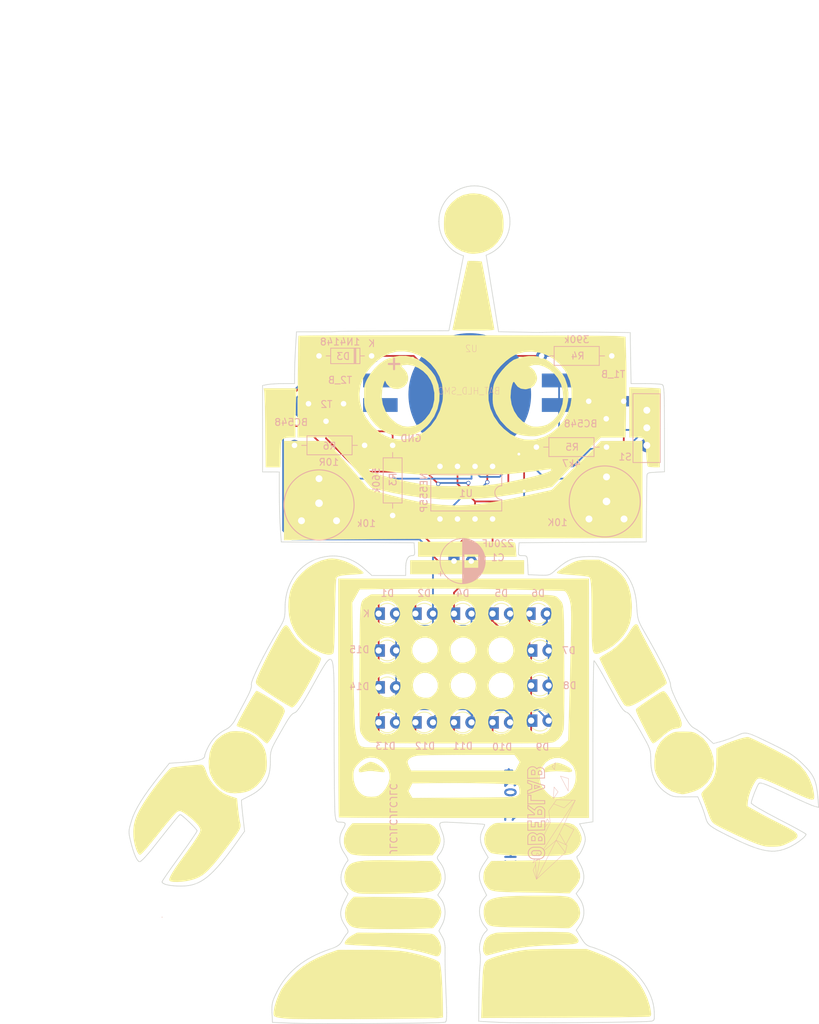
<source format=kicad_pcb>
(kicad_pcb (version 20221018) (generator pcbnew)
  (layers (0 "F.Cu" signal) (31 "B.Cu" signal) (34 "B.Paste" user) (35 "F.Paste" user) (36 "B.SilkS" user "B.Silkscreen") (37 "F.SilkS" user "F.Silkscreen") (38 "B.Mask" user) (39 "F.Mask" user) (44 "Edge.Cuts" user))
  (net 0 "")
  (net 1 "Net-(D3-K)")
  (net 2 "Net-(D1-K)")
  (net 3 "Net-(D1-A)")
  (net 4 "Net-(D3-A)")
  (net 5 "Net-(S1-E)")
  (net 8 "Net-(S1-A-Pad1)")
  (net 12 "Net-(T1-B)")
  (net 13 "Net-(T1-C)")
  (net 14 "Net-(T2-C)")
  (footprint "LED_THT:LED_D3.0mm" (layer "F.Cu") (at 59.69 89.662)
    (fp_text reference "D1")
    (fp_text value "LED")
  )
  (footprint "LED_THT:LED_D3.0mm" (layer "F.Cu") (at 65.024 89.662)
    (fp_text reference "D2")
    (fp_text value "LED")
  )
  (footprint "LED_THT:LED_D3.0mm" (layer "F.Cu") (at 70.612 89.662)
    (fp_text reference "D4")
    (fp_text value "LED")
  )
  (footprint "LED_THT:LED_D3.0mm" (layer "F.Cu") (at 76.2 89.662)
    (fp_text reference "D5")
    (fp_text value "LED")
  )
  (footprint "LED_THT:LED_D3.0mm" (layer "F.Cu") (at 81.534 89.662)
    (fp_text reference "D6")
    (fp_text value "LED")
  )
  (footprint "LED_THT:LED_D3.0mm" (layer "F.Cu") (at 81.788 94.996)
    (fp_text reference "D7")
    (fp_text value "LED")
  )
  (footprint "LED_THT:LED_D3.0mm" (layer "F.Cu") (at 81.788 100.076)
    (fp_text reference "D8")
    (fp_text value "LED")
  )
  (footprint "LED_THT:LED_D3.0mm" (layer "F.Cu") (at 81.788 105.156)
    (fp_text reference "D9")
    (fp_text value "LED")
  )
  (footprint "LED_THT:LED_D3.0mm" (layer "F.Cu") (at 76.2 105.41)
    (fp_text reference "D10")
    (fp_text value "LED")
  )
  (footprint "LED_THT:LED_D3.0mm" (layer "F.Cu") (at 70.612 105.41)
    (fp_text reference "D11")
    (fp_text value "LED")
  )
  (footprint "LED_THT:LED_D3.0mm" (layer "F.Cu") (at 65.024 105.41)
    (fp_text reference "D12")
    (fp_text value "LED")
  )
  (footprint "LED_THT:LED_D3.0mm" (layer "F.Cu") (at 59.69 105.41)
    (fp_text reference "D13")
    (fp_text value "LED")
  )
  (footprint "LED_THT:LED_D3.0mm" (layer "F.Cu") (at 59.69 100.33)
    (fp_text reference "D14")
    (fp_text value "LED")
  )
  (footprint "LED_THT:LED_D3.0mm" (layer "F.Cu") (at 59.69 94.996)
    (fp_text reference "D15")
    (fp_text value "LED")
  )
  (footprint "!Goody:TO-92L_Wide" (layer "F.Cu") (at 95.21 58.89 180)
    (fp_text reference "T1")
    (fp_text value "Q_NPN_EBC")
  )
  (footprint "!Goody:TO-92L_Wide" (layer "F.Cu") (at 54.61 59.25 180)
    (fp_text reference "T2" hide)
    (fp_text value "Q_NPN_EBC")
  )
  (footprint "" (layer "F.Cu") (at 5.08 1.016)
    (fp_text reference "")
    (fp_text value "")
  )
  (footprint "!Goody:ob-logo_B.SilkS" (layer "F.Cu") (at 67.3608 125.0188 -90)
    (fp_text reference "G***" hide)
    (fp_text value "LOGO" hide)
  )
  (footprint "LOGO" (layer "F.Cu") (at 66.802 89.154)
    (fp_text reference "G***" hide)
    (fp_text value "LOGO" hide)
  )
  (footprint "Capacitor_THT:CP_Radial_D6.3mm_P2.50mm" (layer "B.Cu") (at 70.612 82.042)
    (fp_text reference "C1")
    (fp_text value "220uF")
  )
  (footprint "Diode_THT:D_DO-35_SOD27_P7.62mm_Horizontal" (layer "B.Cu") (at 58.674 52.324 180)
    (fp_text reference "D3")
    (fp_text value "1N4148")
  )
  (footprint "!Goody:Mini-Poti" (layer "B.Cu") (at 51.054 78.74)
    (fp_text reference "P1")
    (fp_text value "10k")
  )
  (footprint "!Goody:Mini-Poti" (layer "B.Cu") (at 92.71 78.486)
    (fp_text reference "P2")
    (fp_text value "10K")
  )
  (footprint "Resistor_THT:R_Axial_DIN0207_L6.3mm_D2.5mm_P10.16mm_Horizontal" (layer "B.Cu") (at 61.722 75.438 90)
    (fp_text reference "R3")
    (fp_text value "560k")
  )
  (footprint "Resistor_THT:R_Axial_DIN0207_L6.3mm_D2.5mm_P10.16mm_Horizontal" (layer "B.Cu") (at 83.312 52.324)
    (fp_text reference "R4")
    (fp_text value "390k")
  )
  (footprint "Resistor_THT:R_Axial_DIN0207_L6.3mm_D2.5mm_P10.16mm_Horizontal" (layer "B.Cu") (at 92.71 65.532 180)
    (fp_text reference "R5")
    (fp_text value "4k7")
  )
  (footprint "Resistor_THT:R_Axial_DIN0207_L6.3mm_D2.5mm_P10.16mm_Horizontal" (layer "B.Cu") (at 47.498 65.278)
    (fp_text reference "R6")
    (fp_text value "10R")
  )
  (footprint "!Goody:Micro_SchalterKHF" (layer "B.Cu") (at 98.552 60.198 -90)
    (fp_text reference "S1")
    (fp_text value "Micro_Schalter")
  )
  (footprint "Package_DIP:DIP-8_W7.62mm" (layer "B.Cu") (at 76.2 75.946 90)
    (fp_text reference "U1")
    (fp_text value "NE555P")
  )
  (footprint "!Goody:BAT-HLD-SMD-Blech" (layer "B.Cu") (at 72.898 57.912)
    (fp_text reference "U2")
    (fp_text value "BAT_HLD_SMD")
  )
  (footprint "!Goody:LP_rund" (layer "B.Cu") (at 65.151 66.421)
    (fp_text reference "LP_rund")
    (fp_text value "LP_rund")
  )
  (footprint "!Goody:LP_rund" (layer "B.Cu") (at 51.1048 55.88)
    (fp_text reference "LP_rund")
    (fp_text value "LP_rund")
  )
  (footprint "!Goody:LP_rund" (layer "B.Cu") (at 90.68 54.97)
    (fp_text reference "LP_rund")
    (fp_text value "LP_rund")
  )
  (gr_circle (center 51.054 73.914) (end 56.134 73.914) (stroke (width 0.15)) (fill none) (layer "B.SilkS"))
  (gr_circle (center 92.456 73.406) (end 87.63 71.628) (stroke (width 0.15)) (fill none) (layer "B.SilkS"))
  (gr_line (start 101.7448 99.0892) (end 101.928 99.626) (stroke (width 0.1)) (layer "Edge.Cuts"))
  (gr_line (start 112.758 122.9797) (end 112.025 122.6508) (stroke (width 0.1)) (layer "Edge.Cuts"))
  (gr_line (start 96.414 85.4438) (end 96.5924 85.9062) (stroke (width 0.1)) (layer "Edge.Cuts"))
  (gr_line (start 69.2534 132.257) (end 69.2889 132.498) (stroke (width 0.1)) (layer "Edge.Cuts"))
  (gr_line (start 98.4605 79.2694) (end 89.2511 79.327) (stroke (width 0.1)) (layer "Edge.Cuts"))
  (gr_line (start 68.5523 120.1482) (end 68.5525 120.2857) (stroke (width 0.1)) (layer "Edge.Cuts"))
  (gr_line (start 51.9981 96.8929) (end 51.8094 97.1739) (stroke (width 0.1)) (layer "Edge.Cuts"))
  (gr_line (start 54.9673 136.172) (end 55.1121 135.996) (stroke (width 0.1)) (layer "Edge.Cuts"))
  (gr_line (start 46.2056 87.6378) (end 46.2597 87.2776) (stroke (width 0.1)) (layer "Edge.Cuts"))
  (gr_line (start 53.9352 119.8561) (end 53.7917 119.8327) (stroke (width 0.1)) (layer "Edge.Cuts"))
  (gr_line (start 71.6821 119.9671) (end 70.4748 119.9033) (stroke (width 0.1)) (layer "Edge.Cuts"))
  (gr_line (start 90.8887 96.5433) (end 90.8723 96.7206) (stroke (width 0.1)) (layer "Edge.Cuts"))
  (gr_line (start 86.8452 82.1798) (end 87.1125 82.0273) (stroke (width 0.1)) (layer "Edge.Cuts"))
  (gr_line (start 118.349 123.8207) (end 117.932 123.9368) (stroke (width 0.1)) (layer "Edge.Cuts"))
  (gr_line (start 68.4374 33.27031) (end 68.4205 32.83882) (stroke (width 0.1)) (layer "Edge.Cuts"))
  (gr_line (start 33.3886 121.1208) (end 33.3637 121.057) (stroke (width 0.1)) (layer "Edge.Cuts"))
  (gr_line (start 69.2003 137.16) (end 69.2574 137.422) (stroke (width 0.1)) (layer "Edge.Cuts"))
  (gr_line (start 54.597 129.344) (end 54.4221 128.991) (stroke (width 0.1)) (layer "Edge.Cuts"))
  (gr_line (start 99.3094 145.585) (end 99.4716 146.176) (stroke (width 0.1)) (layer "Edge.Cuts"))
  (gr_line (start 69.1788 133.983) (end 69.1058 134.221) (stroke (width 0.1)) (layer "Edge.Cuts"))
  (gr_line (start 56.7594 82.4683) (end 57.0507 82.6774) (stroke (width 0.1)) (layer "Edge.Cuts"))
  (gr_line (start 74.1965 148.713) (end 74.2184 145.262) (stroke (width 0.1)) (layer "Edge.Cuts"))
  (gr_line (start 53.2824 114.9497) (end 53.2523 111.3028) (stroke (width 0.1)) (layer "Edge.Cuts"))
  (gr_line (start 96.1442 48.9438) (end 96.2047 52.6386) (stroke (width 0.1)) (layer "Edge.Cuts"))
  (gr_line (start 99.1158 69.2213) (end 98.8902 69.2591) (stroke (width 0.1)) (layer "Edge.Cuts"))
  (gr_line (start 89.4312 132.872) (end 89.4231 133.115) (stroke (width 0.1)) (layer "Edge.Cuts"))
  (gr_line (start 54.7457 124.394) (end 54.6 124.175) (stroke (width 0.1)) (layer "Edge.Cuts"))
  (gr_line (start 39.8256 116.6688) (end 39.8187 116.8681) (stroke (width 0.1)) (layer "Edge.Cuts"))
  (gr_line (start 74.2184 145.262) (end 74.2387 143.826) (stroke (width 0.1)) (layer "Edge.Cuts"))
  (gr_line (start 81.1579 81.4345) (end 81.2141 81.5992) (stroke (width 0.1)) (layer "Edge.Cuts"))
  (gr_line (start 69.1565 128.886) (end 69.0666 129.116) (stroke (width 0.1)) (layer "Edge.Cuts"))
  (gr_line (start 80.7882 81.2625) (end 80.9533 81.2821) (stroke (width 0.1)) (layer "Edge.Cuts"))
  (gr_line (start 61.1595 84.1271) (end 63.6087 84.1271) (stroke (width 0.1)) (layer "Edge.Cuts"))
  (gr_line (start 89.2511 79.327) (end 80.0417 79.3846) (stroke (width 0.1)) (layer "Edge.Cuts"))
  (gr_line (start 42.8738 56.6093) (end 43.5631 56.4714) (stroke (width 0.1)) (layer "Edge.Cuts"))
  (gr_line (start 28.7547 128.859) (end 28.5154 128.751) (stroke (width 0.1)) (layer "Edge.Cuts"))
  (gr_line (start 50.604 139.075) (end 51.2183 138.798) (stroke (width 0.1)) (layer "Edge.Cuts"))
  (gr_line (start 54.7138 126.232) (end 54.9 125.894) (stroke (width 0.1)) (layer "Edge.Cuts"))
  (gr_line (start 123.071 114.4198) (end 123.141 114.7414) (stroke (width 0.1)) (layer "Edge.Cuts"))
  (gr_line (start 34.4915 110.2466) (end 34.5035 110.152) (stroke (width 0.1)) (layer "Edge.Cuts"))
  (gr_line (start 52.938 138.156) (end 53.281 138.021) (stroke (width 0.1)) (layer "Edge.Cuts"))
  (gr_line (start 64.6417 81.2527) (end 64.7427 81.2278) (stroke (width 0.1)) (layer "Edge.Cuts"))
  (gr_line (start 69.6001 119.865) (end 69.2744 119.863) (stroke (width 0.1)) (layer "Edge.Cuts"))
  (gr_line (start 106.269 106.7925) (end 106.744 107.1613) (stroke (width 0.1)) (layer "Edge.Cuts"))
  (gr_line (start 36.2531 126.46) (end 35.7539 126.988) (stroke (width 0.1)) (layer "Edge.Cuts"))
  (gr_line (start 68.3182 125.337) (end 68.6305 125.765) (stroke (width 0.1)) (layer "Edge.Cuts"))
  (gr_line (start 88.8118 120.101) (end 89.2245 120.9104) (stroke (width 0.1)) (layer "Edge.Cuts"))
  (gr_line (start 24.7822 125.398) (end 24.6194 125.154) (stroke (width 0.1)) (layer "Edge.Cuts"))
  (gr_line (start 54.2598 133.645) (end 54.2205 133.443) (stroke (width 0.1)) (layer "Edge.Cuts"))
  (gr_line (start 78.328 34.8263) (end 78.161 35.1862) (stroke (width 0.1)) (layer "Edge.Cuts"))
  (gr_line (start 123.452 117.7203) (end 122.867 117.5733) (stroke (width 0.1)) (layer "Edge.Cuts"))
  (gr_line (start 87.6155 48.8767) (end 91.6774 48.8841) (stroke (width 0.1)) (layer "Edge.Cuts"))
  (gr_line (start 52.7976 96.3129) (end 52.6998 96.2713) (stroke (width 0.1)) (layer "Edge.Cuts"))
  (gr_line (start 121.309 121.3933) (end 121.541 121.5408) (stroke (width 0.1)) (layer "Edge.Cuts"))
  (gr_line (start 101.99 99.9818) (end 102.014 100.1847) (stroke (width 0.1)) (layer "Edge.Cuts"))
  (gr_line (start 104.095 116.2061) (end 103.062 116.1974) (stroke (width 0.1)) (layer "Edge.Cuts"))
  (gr_line (start 99.1695 56.344) (end 99.9034 56.3727) (stroke (width 0.1)) (layer "Edge.Cuts"))
  (gr_line (start 74.278 142.468) (end 74.3306 141.34) (stroke (width 0.1)) (layer "Edge.Cuts"))
  (gr_line (start 101.1074 69.1053) (end 99.839 69.1714) (stroke (width 0.1)) (layer "Edge.Cuts"))
  (gr_line (start 68.257 124.827) (end 68.2061 124.946) (stroke (width 0.1)) (layer "Edge.Cuts"))
  (gr_line (start 23.6235 120.5694) (end 23.8777 119.6763) (stroke (width 0.1)) (layer "Edge.Cuts"))
  (gr_line (start 98.588 69.5209) (end 98.5648 69.6844) (stroke (width 0.1)) (layer "Edge.Cuts"))
  (gr_line (start 51.8094 97.1739) (end 51.3773 97.8817) (stroke (width 0.1)) (layer "Edge.Cuts"))
  (gr_line (start 38.3517 105.8125) (end 38.6518 105.4382) (stroke (width 0.1)) (layer "Edge.Cuts"))
  (gr_line (start 64.8984 80.9774) (end 64.9102 80.8129) (stroke (width 0.1)) (layer "Edge.Cuts"))
  (gr_line (start 33.0401 120.6569) (end 32.678 120.2752) (stroke (width 0.1)) (layer "Edge.Cuts"))
  (gr_line (start 26.3845 115.1573) (end 27.113 114.1787) (stroke (width 0.1)) (layer "Edge.Cuts"))
  (gr_line (start 42.8738 62.8684) (end 42.8738 56.6093) (stroke (width 0.1)) (layer "Edge.Cuts"))
  (gr_line (start 35.8393 107.7194) (end 36.1445 107.4089) (stroke (width 0.1)) (layer "Edge.Cuts"))
  (gr_line (start 24.393 118.3712) (end 24.7629 117.6559) (stroke (width 0.1)) (layer "Edge.Cuts"))
  (gr_line (start 81.2995 82.6382) (end 81.3652 84.0168) (stroke (width 0.1)) (layer "Edge.Cuts"))
  (gr_line (start 81.2508 81.8441) (end 81.2995 82.6382) (stroke (width 0.1)) (layer "Edge.Cuts"))
  (gr_line (start 98.7506 108.7713) (end 98.4923 108.2499) (stroke (width 0.1)) (layer "Edge.Cuts"))
  (gr_line (start 33.1884 121.4822) (end 33.3368 121.2368) (stroke (width 0.1)) (layer "Edge.Cuts"))
  (gr_line (start 55.2471 135.606) (end 55.2054 135.479) (stroke (width 0.1)) (layer "Edge.Cuts"))
  (gr_line (start 33.2933 120.9545) (end 33.0401 120.6569) (stroke (width 0.1)) (layer "Edge.Cuts"))
  (gr_line (start 44.7296 144.909) (end 44.9642 144.424) (stroke (width 0.1)) (layer "Edge.Cuts"))
  (gr_line (start 89.6047 122.6459) (end 89.5156 123.0022) (stroke (width 0.1)) (layer "Edge.Cuts"))
  (gr_line (start 94.6233 139.796) (end 95.2231 140.208) (stroke (width 0.1)) (layer "Edge.Cuts"))
  (gr_line (start 117.086 124.0613) (end 116.645 124.0677) (stroke (width 0.1)) (layer "Edge.Cuts"))
  (gr_line (start 98.6405 69.4009) (end 98.588 69.5209) (stroke (width 0.1)) (layer "Edge.Cuts"))
  (gr_line (start 112.609 106.9663) (end 112.809 106.9561) (stroke (width 0.1)) (layer "Edge.Cuts"))
  (gr_line (start 107.496 120.1194) (end 107.39 119.9785) (stroke (width 0.1)) (layer "Edge.Cuts"))
  (gr_line (start 106.746 118.1762) (end 106.557 117.6616) (stroke (width 0.1)) (layer "Edge.Cuts"))
  (gr_line (start 89.3847 121.2739) (end 89.5159 121.6654) (stroke (width 0.1)) (layer "Edge.Cuts"))
  (gr_line (start 68.4471 32.31204) (end 68.5252 31.80047) (stroke (width 0.1)) (layer "Edge.Cuts"))
  (gr_line (start 70.6921 28.56652) (end 71.1169 28.30844) (stroke (width 0.1)) (layer "Edge.Cuts"))
  (gr_line (start 55.7977 149.047) (end 52.3051 149.049) (stroke (width 0.1)) (layer "Edge.Cuts"))
  (gr_line (start 74.372 137.488) (end 74.4763 137.062) (stroke (width 0.1)) (layer "Edge.Cuts"))
  (gr_line (start 31.5656 129.111) (end 31.0435 129.126) (stroke (width 0.1)) (layer "Edge.Cuts"))
  (gr_line (start 54.5987 134.476) (end 54.3928 134.053) (stroke (width 0.1)) (layer "Edge.Cuts"))
  (gr_line (start 69.1218 136.916) (end 69.2003 137.16) (stroke (width 0.1)) (layer "Edge.Cuts"))
  (gr_line (start 55.2588 130.23) (end 54.8264 129.68) (stroke (width 0.1)) (layer "Edge.Cuts"))
  (gr_line (start 34.075 110.74) (end 34.2043 110.6704) (stroke (width 0.1)) (layer "Edge.Cuts"))
  (gr_line (start 52.2788 81.3584) (end 52.6334 81.3226) (stroke (width 0.1)) (layer "Edge.Cuts"))
  (gr_line (start 64.1196 81.3779) (end 64.2074 81.3262) (stroke (width 0.1)) (layer "Edge.Cuts"))
  (gr_line (start 63.6087 84.1271) (end 63.6087 83.12) (stroke (width 0.1)) (layer "Edge.Cuts"))
  (gr_line (start 112.219 107.0618) (end 112.415 107.0023) (stroke (width 0.1)) (layer "Edge.Cuts"))
  (gr_line (start 100.5031 96.4661) (end 101.0287 97.5019) (stroke (width 0.1)) (layer "Edge.Cuts"))
  (gr_line (start 97.3411 90.5578) (end 97.4841 90.9459) (stroke (width 0.1)) (layer "Edge.Cuts"))
  (gr_line (start 54.6064 81.4851) (end 54.9249 81.5736) (stroke (width 0.1)) (layer "Edge.Cuts"))
  (gr_line (start 69.18 122.712) (end 69.1407 123.096) (stroke (width 0.1)) (layer "Edge.Cuts"))
  (gr_line (start 90.8413 97.4023) (end 90.7887 99.9077) (stroke (width 0.1)) (layer "Edge.Cuts"))
  (gr_line (start 122.989 114.1192) (end 123.071 114.4198) (stroke (width 0.1)) (layer "Edge.Cuts"))
  (gr_line (start 69.1042 121.9333) (end 69.168 122.3235) (stroke (width 0.1)) (layer "Edge.Cuts"))
  (gr_line (start 64.5115 81.2595) (end 64.6417 81.2527) (stroke (width 0.1)) (layer "Edge.Cuts"))
  (gr_line (start 113.025 106.9739) (end 113.264 107.0221) (stroke (width 0.1)) (layer "Edge.Cuts"))
  (gr_line (start 68.9611 131.375) (end 69.0566 131.579) (stroke (width 0.1)) (layer "Edge.Cuts"))
  (gr_line (start 68.4205 32.83882) (end 68.4471 32.31204) (stroke (width 0.1)) (layer "Edge.Cuts"))
  (gr_line (start 101.974 99.827) (end 101.99 99.9818) (stroke (width 0.1)) (layer "Edge.Cuts"))
  (gr_line (start 42.6061 114.959) (end 42.3222 115.2111) (stroke (width 0.1)) (layer "Edge.Cuts"))
  (gr_line (start 53.2397 100.9162) (end 53.2212 99.474) (stroke (width 0.1)) (layer "Edge.Cuts"))
  (gr_line (start 68.8254 30.83334) (end 69.0423 30.38297) (stroke (width 0.1)) (layer "Edge.Cuts"))
  (gr_line (start 74.7645 120.9334) (end 74.8936 120.6675) (stroke (width 0.1)) (layer "Edge.Cuts"))
  (gr_line (start 102.014 100.1847) (end 102.084 100.4584) (stroke (width 0.1)) (layer "Edge.Cuts"))
  (gr_line (start 28.3664 128.629) (end 28.3281 128.564) (stroke (width 0.1)) (layer "Edge.Cuts"))
  (gr_line (start 80.5699 81.2595) (end 80.7882 81.2625) (stroke (width 0.1)) (layer "Edge.Cuts"))
  (gr_line (start 54.2846 81.414) (end 54.6064 81.4851) (stroke (width 0.1)) (layer "Edge.Cuts"))
  (gr_line (start 53.327 117.5907) (end 53.2824 114.9497) (stroke (width 0.1)) (layer "Edge.Cuts"))
  (gr_line (start 68.7809 125.979) (end 68.9133 126.202) (stroke (width 0.1)) (layer "Edge.Cuts"))
  (gr_line (start 69.5317 146.729) (end 69.5462 147.457) (stroke (width 0.1)) (layer "Edge.Cuts"))
  (gr_line (start 117.876 109.1366) (end 118.501 109.4665) (stroke (width 0.1)) (layer "Edge.Cuts"))
  (gr_line (start 96.8689 86.8995) (end 96.9675 87.4312) (stroke (width 0.1)) (layer "Edge.Cuts"))
  (gr_line (start 46.2467 105.51) (end 45.3285 107.108) (stroke (width 0.1)) (layer "Edge.Cuts"))
  (gr_line (start 74.0995 27.7132) (end 74.6111 27.79127) (stroke (width 0.1)) (layer "Edge.Cuts"))
  (gr_line (start 69.324 127.66) (end 69.3279 127.911) (stroke (width 0.1)) (layer "Edge.Cuts"))
  (gr_line (start 23.926 123.2808) (end 23.7489 122.6039) (stroke (width 0.1)) (layer "Edge.Cuts"))
  (gr_line (start 55.5517 81.8029) (end 55.8597 81.9435) (stroke (width 0.1)) (layer "Edge.Cuts"))
  (gr_line (start 66.1873 148.955) (end 63.1105 148.998) (stroke (width 0.1)) (layer "Edge.Cuts"))
  (gr_line (start 47.5483 53.2552) (end 47.6499 51.1841) (stroke (width 0.1)) (layer "Edge.Cuts"))
  (gr_line (start 69.3094 139.828) (end 69.3339 141.227) (stroke (width 0.1)) (layer "Edge.Cuts"))
  (gr_line (start 100.9046 56.6293) (end 100.9424 56.7417) (stroke (width 0.1)) (layer "Edge.Cuts"))
  (gr_line (start 45.8792 56.3335) (end 47.506 56.3335) (stroke (width 0.1)) (layer "Edge.Cuts"))
  (gr_line (start 78.6588 33.66638) (end 78.5781 34.06513) (stroke (width 0.1)) (layer "Edge.Cuts"))
  (gr_line (start 69.9295 29.19565) (end 70.2954 28.86312) (stroke (width 0.1)) (layer "Edge.Cuts"))
  (gr_line (start 37.2651 106.5858) (end 37.7187 106.3366) (stroke (width 0.1)) (layer "Edge.Cuts"))
  (gr_line (start 68.4261 135.605) (end 68.893 136.436) (stroke (width 0.1)) (layer "Edge.Cuts"))
  (gr_line (start 48.1133 103.4326) (end 47.9016 103.7036) (stroke (width 0.1)) (layer "Edge.Cuts"))
  (gr_line (start 44.5278 56.374) (end 45.1932 56.3444) (stroke (width 0.1)) (layer "Edge.Cuts"))
  (gr_line (start 40.0138 118.9532) (end 40.2722 121.1759) (stroke (width 0.1)) (layer "Edge.Cuts"))
  (gr_line (start 64.8219 79.3846) (end 55.2042 79.3272) (stroke (width 0.1)) (layer "Edge.Cuts"))
  (gr_line (start 98.5569 69.8993) (end 98.5018 74.9152) (stroke (width 0.1)) (layer "Edge.Cuts"))
  (gr_line (start 75.0155 134.871) (end 74.8493 134.632) (stroke (width 0.1)) (layer "Edge.Cuts"))
  (gr_line (start 34.6639 109.6744) (end 34.8506 109.2537) (stroke (width 0.1)) (layer "Edge.Cuts"))
  (gr_line (start 116.096 118.6065) (end 117.651 119.4268) (stroke (width 0.1)) (layer "Edge.Cuts"))
  (gr_line (start 107.39 119.9785) (end 107.3 119.831) (stroke (width 0.1)) (layer "Edge.Cuts"))
  (gr_line (start 81.2141 81.5992) (end 81.2508 81.8441) (stroke (width 0.1)) (layer "Edge.Cuts"))
  (gr_line (start 90.9714 96.5434) (end 90.9055 96.4832) (stroke (width 0.1)) (layer "Edge.Cuts"))
  (gr_line (start 24.451 124.817) (end 24.2784 124.39) (stroke (width 0.1)) (layer "Edge.Cuts"))
  (gr_line (start 25.3379 125.436) (end 25.1835 125.555) (stroke (width 0.1)) (layer "Edge.Cuts"))
  (gr_line (start 74.4183 126.882) (end 74.4984 126.676) (stroke (width 0.1)) (layer "Edge.Cuts"))
  (gr_line (start 33.0046 128.847) (end 32.5412 128.975) (stroke (width 0.1)) (layer "Edge.Cuts"))
  (gr_line (start 53.2212 99.474) (end 53.1828 98.3132) (stroke (width 0.1)) (layer "Edge.Cuts"))
  (gr_line (start 55.2042 79.3272) (end 45.5865 79.2698) (stroke (width 0.1)) (layer "Edge.Cuts"))
  (gr_line (start 120.833 122.4827) (end 120.46 122.7539) (stroke (width 0.1)) (layer "Edge.Cuts"))
  (gr_line (start 78.7723 148.905) (end 77.1192 148.864) (stroke (width 0.1)) (layer "Edge.Cuts"))
  (gr_line (start 34.3563 128.174) (end 33.9072 128.45) (stroke (width 0.1)) (layer "Edge.Cuts"))
  (gr_line (start 47.506 54.934) (end 47.5483 53.2552) (stroke (width 0.1)) (layer "Edge.Cuts"))
  (gr_line (start 78.1031 30.38297) (end 78.32 30.83334) (stroke (width 0.1)) (layer "Edge.Cuts"))
  (gr_line (start 41.5129 98.9924) (end 41.8798 98.1427) (stroke (width 0.1)) (layer "Edge.Cuts"))
  (gr_line (start 32.678 120.2752) (end 32.2558 119.8567) (stroke (width 0.1)) (layer "Edge.Cuts"))
  (gr_line (start 86.0269 82.7566) (end 86.5766 82.3515) (stroke (width 0.1)) (layer "Edge.Cuts"))
  (gr_line (start 119.196 123.4854) (end 118.768 123.6699) (stroke (width 0.1)) (layer "Edge.Cuts"))
  (gr_line (start 103.369 103.3106) (end 104.083 104.6245) (stroke (width 0.1)) (layer "Edge.Cuts"))
  (gr_line (start 115.381 114.2678) (end 115.087 114.1987) (stroke (width 0.1)) (layer "Edge.Cuts"))
  (gr_line (start 54.8383 120.182) (end 54.8402 120.1103) (stroke (width 0.1)) (layer "Edge.Cuts"))
  (gr_line (start 49.1646 82.5345) (end 49.4366 82.3546) (stroke (width 0.1)) (layer "Edge.Cuts"))
  (gr_line (start 42.9702 95.9322) (end 43.6481 94.6637) (stroke (width 0.1)) (layer "Edge.Cuts"))
  (gr_line (start 47.3972 104.0695) (end 47.2098 104.1868) (stroke (width 0.1)) (layer "Edge.Cuts"))
  (gr_line (start 90.7531 103.6164) (end 90.7401 108.1458) (stroke (width 0.1)) (layer "Edge.Cuts"))
  (gr_line (start 57.3375 82.9034) (end 57.6195 83.1464) (stroke (width 0.1)) (layer "Edge.Cuts"))
  (gr_line (start 34.2043 110.6704) (end 34.309 110.596) (stroke (width 0.1)) (layer "Edge.Cuts"))
  (gr_line (start 45.3285 107.108) (end 44.895 107.8769) (stroke (width 0.1)) (layer "Edge.Cuts"))
  (gr_line (start 34.3896 110.5165) (end 34.4465 110.4319) (stroke (width 0.1)) (layer "Edge.Cuts"))
  (gr_line (start 91.1374 81.4017) (end 91.5103 81.4348) (stroke (width 0.1)) (layer "Edge.Cuts"))
  (gr_line (start 64.0386 81.4443) (end 64.1196 81.3779) (stroke (width 0.1)) (layer "Edge.Cuts"))
  (gr_line (start 53.2449 102.6504) (end 53.2397 100.9162) (stroke (width 0.1)) (layer "Edge.Cuts"))
  (gr_line (start 121.622 121.6128) (end 121.607 121.6854) (stroke (width 0.1)) (layer "Edge.Cuts"))
  (gr_line (start 68.1982 125.061) (end 68.235 125.187) (stroke (width 0.1)) (layer "Edge.Cuts"))
  (gr_line (start 107.778 120.3935) (end 107.624 120.2567) (stroke (width 0.1)) (layer "Edge.Cuts"))
  (gr_line (start 105.05 105.9923) (end 105.256 106.1557) (stroke (width 0.1)) (layer "Edge.Cuts"))
  (gr_line (start 88.8633 131.02) (end 88.9958 131.232) (stroke (width 0.1)) (layer "Edge.Cuts"))
  (gr_line (start 29.0767 128.95) (end 28.7547 128.859) (stroke (width 0.1)) (layer "Edge.Cuts"))
  (gr_line (start 69.1924 35.6199) (end 68.9948 35.2644) (stroke (width 0.1)) (layer "Edge.Cuts"))
  (gr_line (start 28.3669 128.384) (end 28.5153 128.144) (stroke (width 0.1)) (layer "Edge.Cuts"))
  (gr_line (start 29.474 129.025) (end 29.0767 128.95) (stroke (width 0.1)) (layer "Edge.Cuts"))
  (gr_line (start 84.8333 148.922) (end 81.4654 148.923) (stroke (width 0.1)) (layer "Edge.Cuts"))
  (gr_line (start 117.147 108.7724) (end 117.876 109.1366) (stroke (width 0.1)) (layer "Edge.Cuts"))
  (gr_line (start 99.6438 148.091) (end 99.6268 148.324) (stroke (width 0.1)) (layer "Edge.Cuts"))
  (gr_line (start 47.0231 104.3592) (end 46.8151 104.617) (stroke (width 0.1)) (layer "Edge.Cuts"))
  (gr_line (start 100.3568 114.7082) (end 100.1625 114.4605) (stroke (width 0.1)) (layer "Edge.Cuts"))
  (gr_line (start 48.4084 83.1491) (end 48.6502 82.9321) (stroke (width 0.1)) (layer "Edge.Cuts"))
  (gr_line (start 89.5156 123.0022) (end 89.3828 123.3857) (stroke (width 0.1)) (layer "Edge.Cuts"))
  (gr_line (start 97.9509 91.8666) (end 98.2991 92.4781) (stroke (width 0.1)) (layer "Edge.Cuts"))
  (gr_line (start 93.5583 82.2355) (end 93.9897 82.5122) (stroke (width 0.1)) (layer "Edge.Cuts"))
  (gr_line (start 54.1922 123.2928) (end 54.134 123.0718) (stroke (width 0.1)) (layer "Edge.Cuts"))
  (gr_line (start 97.2421 90.1653) (end 97.3411 90.5578) (stroke (width 0.1)) (layer "Edge.Cuts"))
  (gr_line (start 72.5344 27.79127) (end 73.0459 27.7132) (stroke (width 0.1)) (layer "Edge.Cuts"))
  (gr_line (start 74.4967 121.6634) (end 74.6037 121.297) (stroke (width 0.1)) (layer "Edge.Cuts"))
  (gr_line (start 48.9363 102.1852) (end 48.3602 103.0835) (stroke (width 0.1)) (layer "Edge.Cuts"))
  (gr_line (start 33.9072 128.45) (end 33.4583 128.673) (stroke (width 0.1)) (layer "Edge.Cuts"))
  (gr_line (start 34.4465 110.4319) (end 34.4803 110.342) (stroke (width 0.1)) (layer "Edge.Cuts"))
  (gr_line (start 28.4292 128.692) (end 28.3664 128.629) (stroke (width 0.1)) (layer "Edge.Cuts"))
  (gr_line (start 96.9884 105.5988) (end 96.6972 105.1391) (stroke (width 0.1)) (layer "Edge.Cuts"))
  (gr_line (start 121.402 121.9783) (end 121.152 122.2197) (stroke (width 0.1)) (layer "Edge.Cuts"))
  (gr_line (start 74.5988 131.471) (end 74.7277 131.24) (stroke (width 0.1)) (layer "Edge.Cuts"))
  (gr_line (start 52.4642 96.3581) (end 52.3247 96.4837) (stroke (width 0.1)) (layer "Edge.Cuts"))
  (gr_line (start 123.337 116.3095) (end 123.452 117.7203) (stroke (width 0.1)) (layer "Edge.Cuts"))
  (gr_line (start 69.2797 128.406) (end 69.2275 128.649) (stroke (width 0.1)) (layer "Edge.Cuts"))
  (gr_line (start 120.052 123.0203) (end 119.624 123.2685) (stroke (width 0.1)) (layer "Edge.Cuts"))
  (gr_line (start 24.2784 124.39) (end 24.103 123.8773) (stroke (width 0.1)) (layer "Edge.Cuts"))
  (gr_line (start 35.5623 108.0537) (end 35.8393 107.7194) (stroke (width 0.1)) (layer "Edge.Cuts"))
  (gr_line (start 74.4041 133.589) (end 74.3485 133.315) (stroke (width 0.1)) (layer "Edge.Cuts"))
  (gr_line (start 36.4816 107.1186) (end 36.8539 106.8454) (stroke (width 0.1)) (layer "Edge.Cuts"))
  (gr_line (start 69.168 122.3235) (end 69.18 122.712) (stroke (width 0.1)) (layer "Edge.Cuts"))
  (gr_line (start 81.4654 148.923) (end 78.7723 148.905) (stroke (width 0.1)) (layer "Edge.Cuts"))
  (gr_line (start 99.584 148.484) (end 99.5082 148.587) (stroke (width 0.1)) (layer "Edge.Cuts"))
  (gr_line (start 54.1168 119.8619) (end 53.9352 119.8561) (stroke (width 0.1)) (layer "Edge.Cuts"))
  (gr_line (start 46.8151 104.617) (end 46.5636 104.9905) (stroke (width 0.1)) (layer "Edge.Cuts"))
  (gr_line (start 98.8306 144.406) (end 99.095 144.994) (stroke (width 0.1)) (layer "Edge.Cuts"))
  (gr_line (start 115.722 108.0755) (end 117.147 108.7724) (stroke (width 0.1)) (layer "Edge.Cuts"))
  (gr_line (start 53.2523 111.3028) (end 53.2412 107.0372) (stroke (width 0.1)) (layer "Edge.Cuts"))
  (gr_line (start 74.4984 126.676) (end 74.7152 126.246) (stroke (width 0.1)) (layer "Edge.Cuts"))
  (gr_line (start 31.8368 123.4534) (end 32.6434 122.3002) (stroke (width 0.1)) (layer "Edge.Cuts"))
  (gr_line (start 106.371 117.1987) (end 105.94 116.1899) (stroke (width 0.1)) (layer "Edge.Cuts"))
  (gr_line (start 36.7771 125.859) (end 36.2531 126.46) (stroke (width 0.1)) (layer "Edge.Cuts"))
  (gr_line (start 63.6231 82.6883) (end 63.6661 82.3124) (stroke (width 0.1)) (layer "Edge.Cuts"))
  (gr_line (start 43.9627 111.9892) (end 43.9105 112.3945) (stroke (width 0.1)) (layer "Edge.Cuts"))
  (gr_line (start 31.0435 129.126) (end 30.4649 129.115) (stroke (width 0.1)) (layer "Edge.Cuts"))
  (gr_line (start 74.7443 129.248) (end 74.5243 128.754) (stroke (width 0.1)) (layer "Edge.Cuts"))
  (gr_line (start 45.6929 91.0967) (end 45.8648 90.7376) (stroke (width 0.1)) (layer "Edge.Cuts"))
  (gr_line (start 88.9963 129.289) (end 88.8633 129.479) (stroke (width 0.1)) (layer "Edge.Cuts"))
  (gr_line (start 68.9881 121.5445) (end 69.1042 121.9333) (stroke (width 0.1)) (layer "Edge.Cuts"))
  (gr_line (start 122.17 112.5557) (end 122.354 112.8056) (stroke (width 0.1)) (layer "Edge.Cuts"))
  (gr_line (start 96.2652 56.3334) (end 98.3374 56.3334) (stroke (width 0.1)) (layer "Edge.Cuts"))
  (gr_line (start 47.506 148.993) (end 47.506 148.993) (stroke (width 0.1)) (layer "Edge.Cuts"))
  (gr_line (start 24.8611 125.485) (end 24.7822 125.398) (stroke (width 0.1)) (layer "Edge.Cuts"))
  (gr_line (start 85.1181 83.5392) (end 85.446 83.2493) (stroke (width 0.1)) (layer "Edge.Cuts"))
  (gr_line (start 28.5154 128.751) (end 28.4292 128.692) (stroke (width 0.1)) (layer "Edge.Cuts"))
  (gr_line (start 46.1661 88.0051) (end 46.2056 87.6378) (stroke (width 0.1)) (layer "Edge.Cuts"))
  (gr_line (start 99.2014 112.023) (end 99.1575 111.6658) (stroke (width 0.1)) (layer "Edge.Cuts"))
  (gr_line (start 46.0618 90.0778) (end 46.1059 89.7138) (stroke (width 0.1)) (layer "Edge.Cuts"))
  (gr_line (start 43.9105 112.3945) (end 43.8352 112.7784) (stroke (width 0.1)) (layer "Edge.Cuts"))
  (gr_line (start 98.1624 143.252) (end 98.5189 143.824) (stroke (width 0.1)) (layer "Edge.Cuts"))
  (gr_line (start 89.6046 122.0376) (end 89.6372 122.3438) (stroke (width 0.1)) (layer "Edge.Cuts"))
  (gr_line (start 69.0423 30.38297) (end 69.3004 29.95817) (stroke (width 0.1)) (layer "Edge.Cuts"))
  (gr_line (start 57.6195 83.1464) (end 58.7104 84.1271) (stroke (width 0.1)) (layer "Edge.Cuts"))
  (gr_line (start 91.0961 96.7148) (end 90.9714 96.5434) (stroke (width 0.1)) (layer "Edge.Cuts"))
  (gr_line (start 68.9133 126.202) (end 69.0275 126.433) (stroke (width 0.1)) (layer "Edge.Cuts"))
  (gr_line (start 40.1668 116.4807) (end 39.8256 116.6688) (stroke (width 0.1)) (layer "Edge.Cuts"))
  (gr_line (start 75.2034 135.098) (end 75.0155 134.871) (stroke (width 0.1)) (layer "Edge.Cuts"))
  (gr_line (start 98.9265 109.202) (end 98.7506 108.7713) (stroke (width 0.1)) (layer "Edge.Cuts"))
  (gr_line (start 96.2047 52.6386) (end 96.2652 56.3334) (stroke (width 0.1)) (layer "Edge.Cuts"))
  (gr_line (start 42.8738 69.1274) (end 42.8738 62.8684) (stroke (width 0.1)) (layer "Edge.Cuts"))
  (gr_line (start 74.9898 135.963) (end 75.0962 135.835) (stroke (width 0.1)) (layer "Edge.Cuts"))
  (gr_line (start 91.1044 138.128) (end 91.7873 138.392) (stroke (width 0.1)) (layer "Edge.Cuts"))
  (gr_line (start 101.0353 115.368) (end 100.7933 115.1622) (stroke (width 0.1)) (layer "Edge.Cuts"))
  (gr_line (start 122.786 113.5666) (end 122.895 113.836) (stroke (width 0.1)) (layer "Edge.Cuts"))
  (gr_line (start 70.4748 119.9033) (end 69.6001 119.865) (stroke (width 0.1)) (layer "Edge.Cuts"))
  (gr_line (start 30.8691 118.803) (end 30.719 118.95) (stroke (width 0.1)) (layer "Edge.Cuts"))
  (gr_line (start 79.9485 80.8526) (end 79.9635 81.0187) (stroke (width 0.1)) (layer "Edge.Cuts"))
  (gr_line (start 74.2839 127.682) (end 74.2899 127.482) (stroke (width 0.1)) (layer "Edge.Cuts"))
  (gr_line (start 54.0763 122.1896) (end 54.1057 121.9702) (stroke (width 0.1)) (layer "Edge.Cuts"))
  (gr_line (start 38.0301 106.1236) (end 38.1916 105.9781) (stroke (width 0.1)) (layer "Edge.Cuts"))
  (gr_line (start 64.8897 80.322) (end 64.8219 79.3846) (stroke (width 0.1)) (layer "Edge.Cuts"))
  (gr_line (start 68.9576 129.338) (end 68.8297 129.551) (stroke (width 0.1)) (layer "Edge.Cuts"))
  (gr_line (start 41.2954 99.6098) (end 41.3841 99.333) (stroke (width 0.1)) (layer "Edge.Cuts"))
  (gr_line (start 49.4366 82.3546) (end 49.718 82.1878) (stroke (width 0.1)) (layer "Edge.Cuts"))
  (gr_line (start 69.3004 29.95817) (end 69.597 29.56153) (stroke (width 0.1)) (layer "Edge.Cuts"))
  (gr_line (start 74.8936 120.6675) (end 74.9887 120.4397) (stroke (width 0.1)) (layer "Edge.Cuts"))
  (gr_line (start 34.8105 127.841) (end 34.3563 128.174) (stroke (width 0.1)) (layer "Edge.Cuts"))
  (gr_line (start 105.256 106.1557) (end 105.466 106.2764) (stroke (width 0.1)) (layer "Edge.Cuts"))
  (gr_line (start 96.2052 104.4493) (end 96.0027 104.2169) (stroke (width 0.1)) (layer "Edge.Cuts"))
  (gr_line (start 48.9024 82.7271) (end 49.1646 82.5345) (stroke (width 0.1)) (layer "Edge.Cuts"))
  (gr_line (start 49.4519 139.688) (end 50.0152 139.372) (stroke (width 0.1)) (layer "Edge.Cuts"))
  (gr_line (start 74.4822 133.859) (end 74.4041 133.589) (stroke (width 0.1)) (layer "Edge.Cuts"))
  (gr_line (start 99.0123 148.713) (end 98.5472 148.744) (stroke (width 0.1)) (layer "Edge.Cuts"))
  (gr_line (start 56.1637 82.1013) (end 56.4636 82.2762) (stroke (width 0.1)) (layer "Edge.Cuts"))
  (gr_line (start 78.4674 34.4522) (end 78.328 34.8263) (stroke (width 0.1)) (layer "Edge.Cuts"))
  (gr_line (start 50.8665 98.7753) (end 49.5833 101.0774) (stroke (width 0.1)) (layer "Edge.Cuts"))
  (gr_line (start 54.1408 137.45) (end 54.2797 137.266) (stroke (width 0.1)) (layer "Edge.Cuts"))
  (gr_line (start 43.5631 56.4714) (end 43.9591 56.4179) (stroke (width 0.1)) (layer "Edge.Cuts"))
  (gr_line (start 89.2879 131.911) (end 89.3501 132.148) (stroke (width 0.1)) (layer "Edge.Cuts"))
  (gr_line (start 101.096 59.5527) (end 101.1074 62.8533) (stroke (width 0.1)) (layer "Edge.Cuts"))
  (gr_line (start 97.1748 89.7289) (end 97.2421 90.1653) (stroke (width 0.1)) (layer "Edge.Cuts"))
  (gr_line (start 45.2414 143.899) (end 45.545 143.393) (stroke (width 0.1)) (layer "Edge.Cuts"))
  (gr_line (start 74.3529 132.227) (end 74.4115 131.967) (stroke (width 0.1)) (layer "Edge.Cuts"))
  (gr_line (start 29.9392 129.08) (end 29.474 129.025) (stroke (width 0.1)) (layer "Edge.Cuts"))
  (gr_line (start 33.3368 121.2368) (end 33.3886 121.1208) (stroke (width 0.1)) (layer "Edge.Cuts"))
  (gr_line (start 99.1223 110.9198) (end 99.118 110.4008) (stroke (width 0.1)) (layer "Edge.Cuts"))
  (gr_line (start 41.1895 100.4977) (end 41.2445 100.2737) (stroke (width 0.1)) (layer "Edge.Cuts"))
  (gr_line (start 74.8493 134.632) (end 74.7049 134.383) (stroke (width 0.1)) (layer "Edge.Cuts"))
  (gr_line (start 122.517 113.055) (end 122.66 113.3075) (stroke (width 0.1)) (layer "Edge.Cuts"))
  (gr_line (start 44.3306 108.9639) (end 44.1703 109.3702) (stroke (width 0.1)) (layer "Edge.Cuts"))
  (gr_line (start 88.2117 81.5942) (end 88.5048 81.5258) (stroke (width 0.1)) (layer "Edge.Cuts"))
  (gr_line (start 75.4072 135.51) (end 75.4203 135.444) (stroke (width 0.1)) (layer "Edge.Cuts"))
  (gr_line (start 107.042 119.1099) (end 106.915 118.6799) (stroke (width 0.1)) (layer "Edge.Cuts"))
  (gr_line (start 47.731 103.888) (end 47.6072 103.9771) (stroke (width 0.1)) (layer "Edge.Cuts"))
  (gr_line (start 36.1445 107.4089) (end 36.4816 107.1186) (stroke (width 0.1)) (layer "Edge.Cuts"))
  (gr_line (start 95.2231 140.208) (end 95.7956 140.652) (stroke (width 0.1)) (layer "Edge.Cuts"))
  (gr_line (start 88.3298 135.52) (end 89.0168 136.625) (stroke (width 0.1)) (layer "Edge.Cuts"))
  (gr_line (start 54.409 137.05) (end 54.5927 136.733) (stroke (width 0.1)) (layer "Edge.Cuts"))
  (gr_line (start 89.1108 131.452) (end 89.2081 131.679) (stroke (width 0.1)) (layer "Edge.Cuts"))
  (gr_line (start 74.3119 137.907) (end 74.372 137.488) (stroke (width 0.1)) (layer "Edge.Cuts"))
  (gr_line (start 75.5578 124.968) (end 74.9876 123.9947) (stroke (width 0.1)) (layer "Edge.Cuts"))
  (gr_line (start 63.9646 81.5251) (end 64.0386 81.4443) (stroke (width 0.1)) (layer "Edge.Cuts"))
  (gr_line (start 38.8986 105.0356) (end 40.3821 102.2605) (stroke (width 0.1)) (layer "Edge.Cuts"))
  (gr_line (start 53.9598 81.3604) (end 54.2846 81.414) (stroke (width 0.1)) (layer "Edge.Cuts"))
  (gr_line (start 102.084 100.4584) (end 102.199 100.798) (stroke (width 0.1)) (layer "Edge.Cuts"))
  (gr_line (start 98.7365 69.3163) (end 98.6405 69.4009) (stroke (width 0.1)) (layer "Edge.Cuts"))
  (gr_line (start 23.5551 120.9024) (end 23.6235 120.5694) (stroke (width 0.1)) (layer "Edge.Cuts"))
  (gr_line (start 105.825 106.4836) (end 106.269 106.7925) (stroke (width 0.1)) (layer "Edge.Cuts"))
  (gr_line (start 95.1102 83.4578) (end 95.4267 83.8129) (stroke (width 0.1)) (layer "Edge.Cuts"))
  (gr_line (start 75.9924 37.4022) (end 75.6365 37.5774) (stroke (width 0.1)) (layer "Edge.Cuts"))
  (gr_line (start 56.4636 82.2762) (end 56.7594 82.4683) (stroke (width 0.1)) (layer "Edge.Cuts"))
  (gr_line (start 69.8687 48.6762) (end 71.9943 37.826) (stroke (width 0.1)) (layer "Edge.Cuts"))
  (gr_line (start 75.1048 27.91823) (end 75.5782 28.09149) (stroke (width 0.1)) (layer "Edge.Cuts"))
  (gr_line (start 74.3306 141.34) (end 74.3908 140.597) (stroke (width 0.1)) (layer "Edge.Cuts"))
  (gr_line (start 93.0976 81.9774) (end 93.5583 82.2355) (stroke (width 0.1)) (layer "Edge.Cuts"))
  (gr_line (start 90.7401 108.1458) (end 90.7401 119.8118) (stroke (width 0.1)) (layer "Edge.Cuts"))
  (gr_line (start 54.2269 127.846) (end 54.2722 127.443) (stroke (width 0.1)) (layer "Edge.Cuts"))
  (gr_line (start 41.2497 99.817) (end 41.2954 99.6098) (stroke (width 0.1)) (layer "Edge.Cuts"))
  (gr_line (start 35.0785 108.8064) (end 35.3099 108.4149) (stroke (width 0.1)) (layer "Edge.Cuts"))
  (gr_line (start 89.6372 122.3438) (end 89.6047 122.6459) (stroke (width 0.1)) (layer "Edge.Cuts"))
  (gr_line (start 114.649 107.5636) (end 115.722 108.0755) (stroke (width 0.1)) (layer "Edge.Cuts"))
  (gr_line (start 25.2146 116.8874) (end 25.7534 116.0573) (stroke (width 0.1)) (layer "Edge.Cuts"))
  (gr_line (start 77.0716 48.8204) (end 82.1263 48.9102) (stroke (width 0.1)) (layer "Edge.Cuts"))
  (gr_line (start 47.1893 84.6868) (end 47.3635 84.404) (stroke (width 0.1)) (layer "Edge.Cuts"))
  (gr_line (start 100.5671 114.9422) (end 100.3568 114.7082) (stroke (width 0.1)) (layer "Edge.Cuts"))
  (gr_line (start 33.4583 128.673) (end 33.0046 128.847) (stroke (width 0.1)) (layer "Edge.Cuts"))
  (gr_line (start 118.768 123.6699) (end 118.349 123.8207) (stroke (width 0.1)) (layer "Edge.Cuts"))
  (gr_line (start 74.4434 122.0338) (end 74.4967 121.6634) (stroke (width 0.1)) (layer "Edge.Cuts"))
  (gr_line (start 54.9249 81.5736) (end 55.2401 81.6796) (stroke (width 0.1)) (layer "Edge.Cuts"))
  (gr_line (start 77.845 29.95817) (end 78.1031 30.38297) (stroke (width 0.1)) (layer "Edge.Cuts"))
  (gr_line (start 69.2775 133.492) (end 69.236 133.739) (stroke (width 0.1)) (layer "Edge.Cuts"))
  (gr_line (start 99.2625 112.3692) (end 99.2014 112.023) (stroke (width 0.1)) (layer "Edge.Cuts"))
  (gr_line (start 48.9143 140.023) (end 49.4519 139.688) (stroke (width 0.1)) (layer "Edge.Cuts"))
  (gr_line (start 36.8539 106.8454) (end 37.2651 106.5858) (stroke (width 0.1)) (layer "Edge.Cuts"))
  (gr_line (start 99.677 113.6385) (end 99.5481 113.3391) (stroke (width 0.1)) (layer "Edge.Cuts"))
  (gr_line (start 34.4803 110.342) (end 34.4915 110.2466) (stroke (width 0.1)) (layer "Edge.Cuts"))
  (gr_line (start 74.6111 27.79127) (end 75.1048 27.91823) (stroke (width 0.1)) (layer "Edge.Cuts"))
  (gr_line (start 74.3504 138.637) (end 74.3189 138.475) (stroke (width 0.1)) (layer "Edge.Cuts"))
  (gr_line (start 71.6064 37.6875) (end 71.2348 37.5187) (stroke (width 0.1)) (layer "Edge.Cuts"))
  (gr_line (start 120.608 116.6196) (end 119.47 116.0885) (stroke (width 0.1)) (layer "Edge.Cuts"))
  (gr_line (start 44.384 93.3482) (end 45.1551 92.0318) (stroke (width 0.1)) (layer "Edge.Cuts"))
  (gr_line (start 74.7277 131.24) (end 74.8805 131.024) (stroke (width 0.1)) (layer "Edge.Cuts"))
  (gr_line (start 102.79 102.1624) (end 103.369 103.3106) (stroke (width 0.1)) (layer "Edge.Cuts"))
  (gr_line (start 25.0859 125.597) (end 25.0131 125.584) (stroke (width 0.1)) (layer "Edge.Cuts"))
  (gr_line (start 88.8303 125.849) (end 88.9673 126.097) (stroke (width 0.1)) (layer "Edge.Cuts"))
  (gr_line (start 69.5184 148.385) (end 69.4746 148.637) (stroke (width 0.1)) (layer "Edge.Cuts"))
  (gr_line (start 55.2401 81.6796) (end 55.5517 81.8029) (stroke (width 0.1)) (layer "Edge.Cuts"))
  (gr_line (start 42.0091 115.4517) (end 41.6663 115.6818) (stroke (width 0.1)) (layer "Edge.Cuts"))
  (gr_line (start 89.5159 121.6654) (end 89.6046 122.0376) (stroke (width 0.1)) (layer "Edge.Cuts"))
  (gr_line (start 30.9455 118.7603) (end 30.8691 118.803) (stroke (width 0.1)) (layer "Edge.Cuts"))
  (gr_line (start 74.4987 122.7924) (end 74.444 122.4097) (stroke (width 0.1)) (layer "Edge.Cuts"))
  (gr_line (start 53.2412 107.0372) (end 53.2449 102.6504) (stroke (width 0.1)) (layer "Edge.Cuts"))
  (gr_line (start 54.5163 120.887) (end 54.6807 120.5942) (stroke (width 0.1)) (layer "Edge.Cuts"))
  (gr_line (start 90.1265 137.802) (end 90.3504 137.89) (stroke (width 0.1)) (layer "Edge.Cuts"))
  (gr_line (start 51.3773 97.8817) (end 50.8665 98.7753) (stroke (width 0.1)) (layer "Edge.Cuts"))
  (gr_line (start 78.4933 31.30671) (end 78.6203 31.80047) (stroke (width 0.1)) (layer "Edge.Cuts"))
  (gr_line (start 44.259 146.309) (end 44.3176 145.993) (stroke (width 0.1)) (layer "Edge.Cuts"))
  (gr_line (start 54.0933 122.8508) (end 54.0701 122.63) (stroke (width 0.1)) (layer "Edge.Cuts"))
  (gr_line (start 122.418 117.4107) (end 121.627 117.0766) (stroke (width 0.1)) (layer "Edge.Cuts"))
  (gr_line (start 119.47 116.0885) (end 117.191 115.0188) (stroke (width 0.1)) (layer "Edge.Cuts"))
  (gr_line (start 119.193 120.2286) (end 120.456 120.908) (stroke (width 0.1)) (layer "Edge.Cuts"))
  (gr_line (start 44.2407 147.446) (end 44.2261 147.012) (stroke (width 0.1)) (layer "Edge.Cuts"))
  (gr_line (start 98.2991 92.4781) (end 99.1347 93.9469) (stroke (width 0.1)) (layer "Edge.Cuts"))
  (gr_line (start 98.5018 74.9152) (end 98.4605 79.2694) (stroke (width 0.1)) (layer "Edge.Cuts"))
  (gr_line (start 45.8648 90.7376) (end 45.9846 90.4085) (stroke (width 0.1)) (layer "Edge.Cuts"))
  (gr_line (start 89.2082 128.889) (end 89.1112 129.093) (stroke (width 0.1)) (layer "Edge.Cuts"))
  (gr_line (start 43.29 114.1221) (end 43.0894 114.4156) (stroke (width 0.1)) (layer "Edge.Cuts"))
  (gr_line (start 97.1271 89.2093) (end 97.1748 89.7289) (stroke (width 0.1)) (layer "Edge.Cuts"))
  (gr_line (start 89.1112 129.093) (end 88.9963 129.289) (stroke (width 0.1)) (layer "Edge.Cuts"))
  (gr_line (start 92.4444 81.6698) (end 92.7556 81.806) (stroke (width 0.1)) (layer "Edge.Cuts"))
  (gr_line (start 59.5234 149.029) (end 55.7977 149.047) (stroke (width 0.1)) (layer "Edge.Cuts"))
  (gr_line (start 120.363 110.7127) (end 120.769 111.073) (stroke (width 0.1)) (layer "Edge.Cuts"))
  (gr_line (start 69.1372 131.796) (end 69.2028 132.022) (stroke (width 0.1)) (layer "Edge.Cuts"))
  (gr_line (start 53.7917 119.8327) (end 53.6801 119.7833) (stroke (width 0.1)) (layer "Edge.Cuts"))
  (gr_line (start 114.139 115.6287) (end 113.818 116.5228) (stroke (width 0.1)) (layer "Edge.Cuts"))
  (gr_line (start 78.161 35.1862) (end 77.968 35.5306) (stroke (width 0.1)) (layer "Edge.Cuts"))
  (gr_line (start 69.0507 123.4722) (end 68.9105 123.8378) (stroke (width 0.1)) (layer "Edge.Cuts"))
  (gr_line (start 55.2461 125.381) (end 55.2305 125.277) (stroke (width 0.1)) (layer "Edge.Cuts"))
  (gr_line (start 74.3263 128.091) (end 74.296 127.885) (stroke (width 0.1)) (layer "Edge.Cuts"))
  (gr_line (start 92.672 99.4059) (end 92.0373 98.2721) (stroke (width 0.1)) (layer "Edge.Cuts"))
  (gr_line (start 54.2722 127.443) (end 54.373 127.033) (stroke (width 0.1)) (layer "Edge.Cuts"))
  (gr_line (start 44.0017 110.5698) (end 44.0008 111.1103) (stroke (width 0.1)) (layer "Edge.Cuts"))
  (gr_line (start 50.6167 81.7682) (end 50.9334 81.6565) (stroke (width 0.1)) (layer "Edge.Cuts"))
  (gr_line (start 55.1884 135.904) (end 55.2373 135.813) (stroke (width 0.1)) (layer "Edge.Cuts"))
  (gr_line (start 52.6334 81.3226) (end 52.9687 81.3055) (stroke (width 0.1)) (layer "Edge.Cuts"))
  (gr_line (start 47.7475 83.8693) (end 47.9567 83.618) (stroke (width 0.1)) (layer "Edge.Cuts"))
  (gr_line (start 29.0603 127.333) (end 29.8669 126.185) (stroke (width 0.1)) (layer "Edge.Cuts"))
  (gr_line (start 89.4116 127.556) (end 89.4227 127.79) (stroke (width 0.1)) (layer "Edge.Cuts"))
  (gr_line (start 76.85 28.86312) (end 77.2159 29.19565) (stroke (width 0.1)) (layer "Edge.Cuts"))
  (gr_line (start 107.159 119.5029) (end 107.042 119.1099) (stroke (width 0.1)) (layer "Edge.Cuts"))
  (gr_line (start 122.895 113.836) (end 122.989 114.1192) (stroke (width 0.1)) (layer "Edge.Cuts"))
  (gr_line (start 25.1835 125.555) (end 25.0859 125.597) (stroke (width 0.1)) (layer "Edge.Cuts"))
  (gr_line (start 95.7956 140.652) (end 96.3385 141.126) (stroke (width 0.1)) (layer "Edge.Cuts"))
  (gr_line (start 54.8402 120.1103) (end 54.8265 120.0496) (stroke (width 0.1)) (layer "Edge.Cuts"))
  (gr_line (start 75.0084 125.779) (end 75.5578 124.968) (stroke (width 0.1)) (layer "Edge.Cuts"))
  (gr_line (start 89.0168 136.625) (end 89.2163 136.934) (stroke (width 0.1)) (layer "Edge.Cuts"))
  (gr_line (start 100.1625 114.4605) (end 99.9843 114.1995) (stroke (width 0.1)) (layer "Edge.Cuts"))
  (gr_line (start 69.5462 147.457) (end 69.5421 148.001) (stroke (width 0.1)) (layer "Edge.Cuts"))
  (gr_line (start 70.5455 37.0967) (end 70.2302 36.8465) (stroke (width 0.1)) (layer "Edge.Cuts"))
  (gr_line (start 102.386 116.1179) (end 102.119 116.037) (stroke (width 0.1)) (layer "Edge.Cuts"))
  (gr_line (start 110.329 107.8388) (end 110.952 107.5999) (stroke (width 0.1)) (layer "Edge.Cuts"))
  (gr_line (start 96.9675 87.4312) (end 97.04 87.9869) (stroke (width 0.1)) (layer "Edge.Cuts"))
  (gr_line (start 115.087 114.1987) (end 114.981 114.1915) (stroke (width 0.1)) (layer "Edge.Cuts"))
  (gr_line (start 74.441 139.521) (end 74.4126 139.023) (stroke (width 0.1)) (layer "Edge.Cuts"))
  (gr_line (start 55.2572 135.716) (end 55.2471 135.606) (stroke (width 0.1)) (layer "Edge.Cuts"))
  (gr_line (start 54.3986 119.8704) (end 54.1168 119.8619) (stroke (width 0.1)) (layer "Edge.Cuts"))
  (gr_line (start 77.2159 29.19565) (end 77.5484 29.56153) (stroke (width 0.1)) (layer "Edge.Cuts"))
  (gr_line (start 121.191 111.4796) (end 121.732 112.0402) (stroke (width 0.1)) (layer "Edge.Cuts"))
  (gr_line (start 113.436 123.2633) (end 112.758 122.9797) (stroke (width 0.1)) (layer "Edge.Cuts"))
  (gr_line (start 32.0632 129.062) (end 31.5656 129.111) (stroke (width 0.1)) (layer "Edge.Cuts"))
  (gr_line (start 51.2583 81.5593) (end 51.591 81.477) (stroke (width 0.1)) (layer "Edge.Cuts"))
  (gr_line (start 81.3652 84.0168) (end 82.9093 84.0771) (stroke (width 0.1)) (layer "Edge.Cuts"))
  (gr_line (start 68.5933 120.0416) (end 68.5523 120.1482) (stroke (width 0.1)) (layer "Edge.Cuts"))
  (gr_line (start 85.2398 48.8836) (end 87.6155 48.8767) (stroke (width 0.1)) (layer "Edge.Cuts"))
  (gr_line (start 54.373 127.033) (end 54.5296 126.618) (stroke (width 0.1)) (layer "Edge.Cuts"))
  (gr_line (start 47.5496 84.1314) (end 47.7475 83.8693) (stroke (width 0.1)) (layer "Edge.Cuts"))
  (gr_line (start 46.3282 86.9247) (end 46.411 86.5795) (stroke (width 0.1)) (layer "Edge.Cuts"))
  (gr_line (start 25.7857 124.998) (end 25.5413 125.247) (stroke (width 0.1)) (layer "Edge.Cuts"))
  (gr_line (start 70.2302 36.8465) (end 69.936 36.5722) (stroke (width 0.1)) (layer "Edge.Cuts"))
  (gr_line (start 74.9887 120.4397) (end 75.0406 120.2743) (stroke (width 0.1)) (layer "Edge.Cuts"))
  (gr_line (start 54.3611 123.7346) (end 54.2679 123.5138) (stroke (width 0.1)) (layer "Edge.Cuts"))
  (gr_line (start 75.5782 28.09149) (end 76.0286 28.30844) (stroke (width 0.1)) (layer "Edge.Cuts"))
  (gr_line (start 31.1185 118.8532) (end 31.012 118.7848) (stroke (width 0.1)) (layer "Edge.Cuts"))
  (gr_line (start 89.1873 126.592) (end 89.2703 126.837) (stroke (width 0.1)) (layer "Edge.Cuts"))
  (gr_line (start 88.6669 124.649) (end 88.5829 124.72) (stroke (width 0.1)) (layer "Edge.Cuts"))
  (gr_line (start 34.5035 110.152) (end 34.5378 110.0211) (stroke (width 0.1)) (layer "Edge.Cuts"))
  (gr_line (start 99.0944 109.9716) (end 99.0359 109.587) (stroke (width 0.1)) (layer "Edge.Cuts"))
  (gr_line (start 89.348 128.465) (end 89.2871 128.68) (stroke (width 0.1)) (layer "Edge.Cuts"))
  (gr_line (start 43.7361 113.142) (end 43.6127 113.4864) (stroke (width 0.1)) (layer "Edge.Cuts"))
  (gr_line (start 69.0566 131.579) (end 69.1372 131.796) (stroke (width 0.1)) (layer "Edge.Cuts"))
  (gr_line (start 74.6037 121.297) (end 74.7645 120.9334) (stroke (width 0.1)) (layer "Edge.Cuts"))
  (gr_line (start 89.3828 123.3857) (end 89.2188 123.7692) (stroke (width 0.1)) (layer "Edge.Cuts"))
  (gr_line (start 117.191 115.0188) (end 116.403 114.6663) (stroke (width 0.1)) (layer "Edge.Cuts"))
  (gr_line (start 74.3745 128.304) (end 74.3263 128.091) (stroke (width 0.1)) (layer "Edge.Cuts"))
  (gr_line (start 38.7838 105.2382) (end 38.8986 105.0356) (stroke (width 0.1)) (layer "Edge.Cuts"))
  (gr_line (start 69.1235 126.671) (end 69.2012 126.914) (stroke (width 0.1)) (layer "Edge.Cuts"))
  (gr_line (start 84.0268 48.8978) (end 85.2398 48.8836) (stroke (width 0.1)) (layer "Edge.Cuts"))
  (gr_line (start 44.9642 144.424) (end 45.2414 143.899) (stroke (width 0.1)) (layer "Edge.Cuts"))
  (gr_line (start 53.7926 137.756) (end 53.9819 137.611) (stroke (width 0.1)) (layer "Edge.Cuts"))
  (gr_line (start 52.523 138.301) (end 52.938 138.156) (stroke (width 0.1)) (layer "Edge.Cuts"))
  (gr_line (start 44.2261 147.012) (end 44.2303 146.641) (stroke (width 0.1)) (layer "Edge.Cuts"))
  (gr_line (start 92.1454 81.5651) (end 92.4444 81.6698) (stroke (width 0.1)) (layer "Edge.Cuts"))
  (gr_line (start 109.229 108.1995) (end 109.729 108.0479) (stroke (width 0.1)) (layer "Edge.Cuts"))
  (gr_line (start 88.428 124.954) (end 88.4553 125.076) (stroke (width 0.1)) (layer "Edge.Cuts"))
  (gr_line (start 89.4628 81.4028) (end 90.1886 81.3806) (stroke (width 0.1)) (layer "Edge.Cuts"))
  (gr_line (start 53.9819 137.611) (end 54.1408 137.45) (stroke (width 0.1)) (layer "Edge.Cuts"))
  (gr_line (start 54.6092 119.9002) (end 54.3986 119.8704) (stroke (width 0.1)) (layer "Edge.Cuts"))
  (gr_line (start 68.9105 123.8378) (end 68.7205 124.19) (stroke (width 0.1)) (layer "Edge.Cuts"))
  (gr_line (start 35.3099 108.4149) (end 35.5623 108.0537) (stroke (width 0.1)) (layer "Edge.Cuts"))
  (gr_line (start 99.5481 113.3391) (end 99.436 113.0276) (stroke (width 0.1)) (layer "Edge.Cuts"))
  (gr_line (start 101.048 57.6429) (end 101.0779 58.4478) (stroke (width 0.1)) (layer "Edge.Cuts"))
  (gr_line (start 88.5109 148.904) (end 84.8333 148.922) (stroke (width 0.1)) (layer "Edge.Cuts"))
  (gr_line (start 53.4741 119.3907) (end 53.3815 118.8385) (stroke (width 0.1)) (layer "Edge.Cuts"))
  (gr_line (start 64.8684 81.0969) (end 64.8984 80.9774) (stroke (width 0.1)) (layer "Edge.Cuts"))
  (gr_line (start 93.3523 139.085) (end 93.9989 139.421) (stroke (width 0.1)) (layer "Edge.Cuts"))
  (gr_line (start 113.701 117.1327) (end 113.761 117.1933) (stroke (width 0.1)) (layer "Edge.Cuts"))
  (gr_line (start 121.607 121.6854) (end 121.564 121.7716) (stroke (width 0.1)) (layer "Edge.Cuts"))
  (gr_line (start 54.8784 134.926) (end 54.5987 134.476) (stroke (width 0.1)) (layer "Edge.Cuts"))
  (gr_line (start 99.436 113.0276) (end 99.3408 112.7042) (stroke (width 0.1)) (layer "Edge.Cuts"))
  (gr_line (start 120.456 120.908) (end 121.309 121.3933) (stroke (width 0.1)) (layer "Edge.Cuts"))
  (gr_line (start 31.4271 119.0984) (end 31.1185 118.8532) (stroke (width 0.1)) (layer "Edge.Cuts"))
  (gr_line (start 95.4705 103.8759) (end 95.2706 103.7318) (stroke (width 0.1)) (layer "Edge.Cuts"))
  (gr_line (start 46.1325 88.7594) (end 46.1417 88.379) (stroke (width 0.1)) (layer "Edge.Cuts"))
  (gr_line (start 71.2348 37.5187) (end 70.8808 37.3213) (stroke (width 0.1)) (layer "Edge.Cuts"))
  (gr_line (start 78.32 30.83334) (end 78.4933 31.30671) (stroke (width 0.1)) (layer "Edge.Cuts"))
  (gr_line (start 99.839 69.1714) (end 99.1158 69.2213) (stroke (width 0.1)) (layer "Edge.Cuts"))
  (gr_line (start 69.2606 127.16) (end 69.3015 127.41) (stroke (width 0.1)) (layer "Edge.Cuts"))
  (gr_line (start 23.8777 119.6763) (end 24.0996 119.0419) (stroke (width 0.1)) (layer "Edge.Cuts"))
  (gr_line (start 89.3986 137.189) (end 89.5723 137.396) (stroke (width 0.1)) (layer "Edge.Cuts"))
  (gr_line (start 32.5412 128.975) (end 32.0632 129.062) (stroke (width 0.1)) (layer "Edge.Cuts"))
  (gr_line (start 79.9635 81.0187) (end 80.0054 81.1321) (stroke (width 0.1)) (layer "Edge.Cuts"))
  (gr_line (start 46.7414 85.593) (end 46.878 85.2816) (stroke (width 0.1)) (layer "Edge.Cuts"))
  (gr_line (start 54.8265 120.0496) (end 54.7969 119.999) (stroke (width 0.1)) (layer "Edge.Cuts"))
  (gr_line (start 44.5474 145.317) (end 44.7296 144.909) (stroke (width 0.1)) (layer "Edge.Cuts"))
  (gr_line (start 46.6132 141.987) (end 47.0216 141.556) (stroke (width 0.1)) (layer "Edge.Cuts"))
  (gr_line (start 74.7531 120.1569) (end 74.0243 120.101) (stroke (width 0.1)) (layer "Edge.Cuts"))
  (gr_line (start 89.4158 128.019) (end 89.3909 128.244) (stroke (width 0.1)) (layer "Edge.Cuts"))
  (gr_line (start 123.252 115.462) (end 123.337 116.3095) (stroke (width 0.1)) (layer "Edge.Cuts"))
  (gr_line (start 46.5636 104.9905) (end 46.2467 105.51) (stroke (width 0.1)) (layer "Edge.Cuts"))
  (gr_line (start 79.9739 80.322) (end 79.9485 80.8526) (stroke (width 0.1)) (layer "Edge.Cuts"))
  (gr_line (start 47.6499 51.1841) (end 47.7937 48.8336) (stroke (width 0.1)) (layer "Edge.Cuts"))
  (gr_line (start 45.1551 92.0318) (end 45.4595 91.5176) (stroke (width 0.1)) (layer "Edge.Cuts"))
  (gr_line (start 53.3815 118.8385) (end 53.3533 118.4129) (stroke (width 0.1)) (layer "Edge.Cuts"))
  (gr_line (start 112.415 107.0023) (end 112.609 106.9663) (stroke (width 0.1)) (layer "Edge.Cuts"))
  (gr_line (start 113.761 117.1933) (end 113.99 117.3675) (stroke (width 0.1)) (layer "Edge.Cuts"))
  (gr_line (start 97.6832 91.369) (end 97.9509 91.8666) (stroke (width 0.1)) (layer "Edge.Cuts"))
  (gr_line (start 100.7585 56.4673) (end 100.813 56.498) (stroke (width 0.1)) (layer "Edge.Cuts"))
  (gr_line (start 41.8798 98.1427) (end 42.3732 97.1073) (stroke (width 0.1)) (layer "Edge.Cuts"))
  (gr_line (start 68.4205 32.83882) (end 68.4205 32.83882) (stroke (width 0.1)) (layer "Edge.Cuts"))
  (gr_line (start 47.9162 140.752) (end 48.4024 140.378) (stroke (width 0.1)) (layer "Edge.Cuts"))
  (gr_line (start 68.9948 35.2644) (end 68.8243 34.8925) (stroke (width 0.1)) (layer "Edge.Cuts"))
  (gr_line (start 121.541 121.5408) (end 121.622 121.6128) (stroke (width 0.1)) (layer "Edge.Cuts"))
  (gr_line (start 54.5296 126.618) (end 54.7138 126.232) (stroke (width 0.1)) (layer "Edge.Cuts"))
  (gr_line (start 76.6554 36.9763) (end 76.3324 37.2014) (stroke (width 0.1)) (layer "Edge.Cuts"))
  (gr_line (start 92.5666 138.724) (end 93.3523 139.085) (stroke (width 0.1)) (layer "Edge.Cuts"))
  (gr_line (start 38.6518 105.4382) (end 38.7838 105.2382) (stroke (width 0.1)) (layer "Edge.Cuts"))
  (gr_line (start 69.02 136.679) (end 69.1218 136.916) (stroke (width 0.1)) (layer "Edge.Cuts"))
  (gr_line (start 52.9304 48.8263) (end 53.2844 48.8127) (stroke (width 0.1)) (layer "Edge.Cuts"))
  (gr_line (start 30.1081 119.6666) (end 28.9334 121.1291) (stroke (width 0.1)) (layer "Edge.Cuts"))
  (gr_line (start 114.785 114.2624) (end 114.666 114.4419) (stroke (width 0.1)) (layer "Edge.Cuts"))
  (gr_line (start 88.4531 124.797) (end 88.4273 124.862) (stroke (width 0.1)) (layer "Edge.Cuts"))
  (gr_line (start 99.6285 147.344) (end 99.6438 148.091) (stroke (width 0.1)) (layer "Edge.Cuts"))
  (gr_line (start 88.5053 124.761) (end 88.4531 124.797) (stroke (width 0.1)) (layer "Edge.Cuts"))
  (gr_line (start 47.0274 84.9794) (end 47.1893 84.6868) (stroke (width 0.1)) (layer "Edge.Cuts"))
  (gr_line (start 70.8808 37.3213) (end 70.5455 37.0967) (stroke (width 0.1)) (layer "Edge.Cuts"))
  (gr_line (start 69.0161 119.8766) (end 68.82 119.9089) (stroke (width 0.1)) (layer "Edge.Cuts"))
  (gr_line (start 80.1956 81.2411) (end 80.3565 81.2566) (stroke (width 0.1)) (layer "Edge.Cuts"))
  (gr_line (start 100.7933 115.1622) (end 100.5671 114.9422) (stroke (width 0.1)) (layer "Edge.Cuts"))
  (gr_line (start 94.4431 102.5717) (end 93.9958 101.7973) (stroke (width 0.1)) (layer "Edge.Cuts"))
  (gr_line (start 88.9958 131.232) (end 89.1108 131.452) (stroke (width 0.1)) (layer "Edge.Cuts"))
  (gr_line (start 43.6481 94.6637) (end 44.384 93.3482) (stroke (width 0.1)) (layer "Edge.Cuts"))
  (gr_line (start 23.643 122.1612) (end 23.5694 121.799) (stroke (width 0.1)) (layer "Edge.Cuts"))
  (gr_line (start 24.6194 125.154) (end 24.451 124.817) (stroke (width 0.1)) (layer "Edge.Cuts"))
  (gr_line (start 31.3215 111.1999) (end 32.0964 111.1387) (stroke (width 0.1)) (layer "Edge.Cuts"))
  (gr_line (start 58.7104 84.1271) (end 61.1595 84.1271) (stroke (width 0.1)) (layer "Edge.Cuts"))
  (gr_line (start 74.5825 134.124) (end 74.4822 133.859) (stroke (width 0.1)) (layer "Edge.Cuts"))
  (gr_line (start 88.9673 126.097) (end 89.0862 126.345) (stroke (width 0.1)) (layer "Edge.Cuts"))
  (gr_line (start 34.5378 110.0211) (end 34.6639 109.6744) (stroke (width 0.1)) (layer "Edge.Cuts"))
  (gr_line (start 101.1074 62.8533) (end 101.1074 69.1053) (stroke (width 0.1)) (layer "Edge.Cuts"))
  (gr_line (start 50.0087 82.0342) (end 50.3084 81.8942) (stroke (width 0.1)) (layer "Edge.Cuts"))
  (gr_line (start 93.9958 101.7973) (end 92.672 99.4059) (stroke (width 0.1)) (layer "Edge.Cuts"))
  (gr_line (start 64.9102 80.8129) (end 64.8897 80.322) (stroke (width 0.1)) (layer "Edge.Cuts"))
  (gr_line (start 47.0216 141.556) (end 47.4559 141.144) (stroke (width 0.1)) (layer "Edge.Cuts"))
  (gr_line (start 74.4126 139.023) (end 74.3504 138.637) (stroke (width 0.1)) (layer "Edge.Cuts"))
  (gr_line (start 55.131 135.327) (end 54.8784 134.926) (stroke (width 0.1)) (layer "Edge.Cuts"))
  (gr_line (start 100.8616 56.55) (end 100.9046 56.6293) (stroke (width 0.1)) (layer "Edge.Cuts"))
  (gr_line (start 110.952 107.5999) (end 111.523 107.3588) (stroke (width 0.1)) (layer "Edge.Cuts"))
  (gr_line (start 88.8733 134.719) (end 88.3298 135.52) (stroke (width 0.1)) (layer "Edge.Cuts"))
  (gr_line (start 89.4218 132.63) (end 89.4312 132.872) (stroke (width 0.1)) (layer "Edge.Cuts"))
  (gr_line (start 96.4364 104.7563) (end 96.2052 104.4493) (stroke (width 0.1)) (layer "Edge.Cuts"))
  (gr_line (start 99.095 144.994) (end 99.3094 145.585) (stroke (width 0.1)) (layer "Edge.Cuts"))
  (gr_line (start 34.8506 109.2537) (end 35.0785 108.8064) (stroke (width 0.1)) (layer "Edge.Cuts"))
  (gr_line (start 44.0205 110.129) (end 44.0017 110.5698) (stroke (width 0.1)) (layer "Edge.Cuts"))
  (gr_line (start 68.7205 124.19) (end 68.4814 124.524) (stroke (width 0.1)) (layer "Edge.Cuts"))
  (gr_line (start 69.0169 134.451) (end 68.9122 134.672) (stroke (width 0.1)) (layer "Edge.Cuts"))
  (gr_line (start 68.7258 131.007) (end 68.8508 131.183) (stroke (width 0.1)) (layer "Edge.Cuts"))
  (gr_line (start 107.3 119.831) (end 107.159 119.5029) (stroke (width 0.1)) (layer "Edge.Cuts"))
  (gr_line (start 68.4875 33.69295) (end 68.4374 33.27031) (stroke (width 0.1)) (layer "Edge.Cuts"))
  (gr_line (start 53.5942 119.6989) (end 53.5276 119.5709) (stroke (width 0.1)) (layer "Edge.Cuts"))
  (gr_line (start 23.5694 121.799) (end 23.5294 121.488) (stroke (width 0.1)) (layer "Edge.Cuts"))
  (gr_line (start 23.7489 122.6039) (end 23.643 122.1612) (stroke (width 0.1)) (layer "Edge.Cuts"))
  (gr_line (start 97.325 142.15) (end 97.7636 142.692) (stroke (width 0.1)) (layer "Edge.Cuts"))
  (gr_line (start 31.012 118.7848) (end 30.9455 118.7603) (stroke (width 0.1)) (layer "Edge.Cuts"))
  (gr_line (start 54.2797 137.266) (end 54.409 137.05) (stroke (width 0.1)) (layer "Edge.Cuts"))
  (gr_line (start 99.9843 114.1995) (end 99.8224 113.9254) (stroke (width 0.1)) (layer "Edge.Cuts"))
  (gr_line (start 33.7406 110.8651) (end 34.075 110.74) (stroke (width 0.1)) (layer "Edge.Cuts"))
  (gr_line (start 33.302 110.9725) (end 33.7406 110.8651) (stroke (width 0.1)) (layer "Edge.Cuts"))
  (gr_line (start 95.828 104.0579) (end 95.6803 103.971) (stroke (width 0.1)) (layer "Edge.Cuts"))
  (gr_line (start 74.305 132.766) (end 74.3174 132.495) (stroke (width 0.1)) (layer "Edge.Cuts"))
  (gr_line (start 70.2954 28.86312) (end 70.6921 28.56652) (stroke (width 0.1)) (layer "Edge.Cuts"))
  (gr_line (start 101.928 99.626) (end 101.974 99.827) (stroke (width 0.1)) (layer "Edge.Cuts"))
  (gr_line (start 52.1696 96.6624) (end 51.9981 96.8929) (stroke (width 0.1)) (layer "Edge.Cuts"))
  (gr_line (start 28.9334 121.1291) (end 27.0154 123.5567) (stroke (width 0.1)) (layer "Edge.Cuts"))
  (gr_line (start 78.6203 31.80047) (end 78.6983 32.31204) (stroke (width 0.1)) (layer "Edge.Cuts"))
  (gr_line (start 37.9195 124.423) (end 37.3309 125.181) (stroke (width 0.1)) (layer "Edge.Cuts"))
  (gr_line (start 54.4221 128.991) (end 54.302 128.622) (stroke (width 0.1)) (layer "Edge.Cuts"))
  (gr_line (start 77.1192 148.864) (end 74.1965 148.713) (stroke (width 0.1)) (layer "Edge.Cuts"))
  (gr_line (start 75.0406 120.2743) (end 75.0402 120.1955) (stroke (width 0.1)) (layer "Edge.Cuts"))
  (gr_line (start 47.2098 104.1868) (end 47.0231 104.3592) (stroke (width 0.1)) (layer "Edge.Cuts"))
  (gr_line (start 99.8705 95.2786) (end 100.5031 96.4661) (stroke (width 0.1)) (layer "Edge.Cuts"))
  (gr_line (start 90.1886 81.3806) (end 90.703 81.3849) (stroke (width 0.1)) (layer "Edge.Cuts"))
  (gr_line (start 82.1263 48.9102) (end 82.9937 48.9184) (stroke (width 0.1)) (layer "Edge.Cuts"))
  (gr_line (start 38.1916 105.9781) (end 38.3517 105.8125) (stroke (width 0.1)) (layer "Edge.Cuts"))
  (gr_line (start 90.3504 137.89) (end 90.6081 137.966) (stroke (width 0.1)) (layer "Edge.Cuts"))
  (gr_line (start 57.0507 82.6774) (end 57.3375 82.9034) (stroke (width 0.1)) (layer "Edge.Cuts"))
  (gr_line (start 75.6365 37.5774) (end 75.2661 37.7259) (stroke (width 0.1)) (layer "Edge.Cuts"))
  (gr_line (start 39.2206 122.6496) (end 38.5477 123.5806) (stroke (width 0.1)) (layer "Edge.Cuts"))
  (gr_line (start 51.591 81.477) (end 51.9313 81.4099) (stroke (width 0.1)) (layer "Edge.Cuts"))
  (gr_line (start 119.953 110.3853) (end 120.363 110.7127) (stroke (width 0.1)) (layer "Edge.Cuts"))
  (gr_line (start 68.5525 120.2857) (end 68.5886 120.4572) (stroke (width 0.1)) (layer "Edge.Cuts"))
  (gr_line (start 68.7479 120.9145) (end 68.9881 121.5445) (stroke (width 0.1)) (layer "Edge.Cuts"))
  (gr_line (start 72.0406 27.91823) (end 72.5344 27.79127) (stroke (width 0.1)) (layer "Edge.Cuts"))
  (gr_line (start 51.2183 138.798) (end 51.858 138.54) (stroke (width 0.1)) (layer "Edge.Cuts"))
  (gr_line (start 97.4841 90.9459) (end 97.6832 91.369) (stroke (width 0.1)) (layer "Edge.Cuts"))
  (gr_line (start 68.3821 148.903) (end 66.1873 148.955) (stroke (width 0.1)) (layer "Edge.Cuts"))
  (gr_line (start 77.2447 36.4583) (end 76.9599 36.7282) (stroke (width 0.1)) (layer "Edge.Cuts"))
  (gr_line (start 54.6 124.175) (end 54.4718 123.955) (stroke (width 0.1)) (layer "Edge.Cuts"))
  (gr_line (start 98.5648 69.6844) (end 98.5569 69.8993) (stroke (width 0.1)) (layer "Edge.Cuts"))
  (gr_line (start 48.1771 83.3778) (end 48.4084 83.1491) (stroke (width 0.1)) (layer "Edge.Cuts"))
  (gr_line (start 64.8174 81.1781) (end 64.8684 81.0969) (stroke (width 0.1)) (layer "Edge.Cuts"))
  (gr_line (start 74.3154 133.04) (end 74.305 132.766) (stroke (width 0.1)) (layer "Edge.Cuts"))
  (gr_line (start 74.6183 136.651) (end 74.7917 136.278) (stroke (width 0.1)) (layer "Edge.Cuts"))
  (gr_line (start 54.7865 136.429) (end 54.9673 136.172) (stroke (width 0.1)) (layer "Edge.Cuts"))
  (gr_line (start 74.2899 127.482) (end 74.3142 127.284) (stroke (width 0.1)) (layer "Edge.Cuts"))
  (gr_line (start 27.113 114.1787) (end 27.9444 113.1133) (stroke (width 0.1)) (layer "Edge.Cuts"))
  (gr_line (start 23.5242 121.1989) (end 23.5551 120.9024) (stroke (width 0.1)) (layer "Edge.Cuts"))
  (gr_line (start 87.1125 82.0273) (end 87.3806 81.8934) (stroke (width 0.1)) (layer "Edge.Cuts"))
  (gr_line (start 69.5421 148.001) (end 69.5184 148.385) (stroke (width 0.1)) (layer "Edge.Cuts"))
  (gr_line (start 55.0666 125.641) (end 55.1919 125.508) (stroke (width 0.1)) (layer "Edge.Cuts"))
  (gr_line (start 45.4433 77.2529) (end 45.3878 76.2288) (stroke (width 0.1)) (layer "Edge.Cuts"))
  (gr_line (start 89.2871 128.68) (end 89.2082 128.889) (stroke (width 0.1)) (layer "Edge.Cuts"))
  (gr_line (start 54.134 123.0718) (end 54.0933 122.8508) (stroke (width 0.1)) (layer "Edge.Cuts"))
  (gr_line (start 52.3051 149.049) (end 49.4173 149.032) (stroke (width 0.1)) (layer "Edge.Cuts"))
  (gr_line (start 49.5833 101.0774) (end 48.9363 102.1852) (stroke (width 0.1)) (layer "Edge.Cuts"))
  (gr_line (start 84.1236 84.0727) (end 84.3819 84.0145) (stroke (width 0.1)) (layer "Edge.Cuts"))
  (gr_line (start 91.7873 138.392) (end 92.5666 138.724) (stroke (width 0.1)) (layer "Edge.Cuts"))
  (gr_line (start 89.0047 134.508) (end 88.8733 134.719) (stroke (width 0.1)) (layer "Edge.Cuts"))
  (gr_line (start 47.4559 141.144) (end 47.9162 140.752) (stroke (width 0.1)) (layer "Edge.Cuts"))
  (gr_line (start 54.4444 131.941) (end 54.6662 131.441) (stroke (width 0.1)) (layer "Edge.Cuts"))
  (gr_line (start 74.0243 120.101) (end 71.6821 119.9671) (stroke (width 0.1)) (layer "Edge.Cuts"))
  (gr_line (start 32.2558 119.8567) (end 31.8225 119.4487) (stroke (width 0.1)) (layer "Edge.Cuts"))
  (gr_line (start 69.3692 148.821) (end 69.3232 148.845) (stroke (width 0.1)) (layer "Edge.Cuts"))
  (gr_line (start 103.062 116.1974) (end 102.693 116.1694) (stroke (width 0.1)) (layer "Edge.Cuts"))
  (gr_line (start 52.883 96.4128) (end 52.7976 96.3129) (stroke (width 0.1)) (layer "Edge.Cuts"))
  (gr_line (start 92.0373 98.2721) (end 91.4927 97.3431) (stroke (width 0.1)) (layer "Edge.Cuts"))
  (gr_line (start 41.3841 99.333) (end 41.5129 98.9924) (stroke (width 0.1)) (layer "Edge.Cuts"))
  (gr_line (start 123.141 114.7414) (end 123.252 115.462) (stroke (width 0.1)) (layer "Edge.Cuts"))
  (gr_line (start 28.5153 128.144) (end 29.0603 127.333) (stroke (width 0.1)) (layer "Edge.Cuts"))
  (gr_line (start 92.1328 148.872) (end 88.5109 148.904) (stroke (width 0.1)) (layer "Edge.Cuts"))
  (gr_line (start 63.6661 82.3124) (end 63.7376 81.9929) (stroke (width 0.1)) (layer "Edge.Cuts"))
  (gr_line (start 54.5927 136.733) (end 54.7865 136.429) (stroke (width 0.1)) (layer "Edge.Cuts"))
  (gr_line (start 47.3635 84.404) (end 47.5496 84.1314) (stroke (width 0.1)) (layer "Edge.Cuts"))
  (gr_line (start 105.94 116.1899) (end 104.095 116.2061) (stroke (width 0.1)) (layer "Edge.Cuts"))
  (gr_line (start 74.3189 138.475) (end 74.3026 138.297) (stroke (width 0.1)) (layer "Edge.Cuts"))
  (gr_line (start 96.8491 141.626) (end 97.325 142.15) (stroke (width 0.1)) (layer "Edge.Cuts"))
  (gr_line (start 69.3339 141.227) (end 69.3822 142.886) (stroke (width 0.1)) (layer "Edge.Cuts"))
  (gr_line (start 46.6178 85.9133) (end 46.7414 85.593) (stroke (width 0.1)) (layer "Edge.Cuts"))
  (gr_line (start 99.5788 146.764) (end 99.6285 147.344) (stroke (width 0.1)) (layer "Edge.Cuts"))
  (gr_line (start 52.3247 96.4837) (end 52.1696 96.6624) (stroke (width 0.1)) (layer "Edge.Cuts"))
  (gr_line (start 75.4065 135.375) (end 75.3658 135.298) (stroke (width 0.1)) (layer "Edge.Cuts"))
  (gr_line (start 53.1179 97.4232) (end 53.0736 97.0764) (stroke (width 0.1)) (layer "Edge.Cuts"))
  (gr_line (start 97.04 87.9869) (end 97.0866 88.5669) (stroke (width 0.1)) (layer "Edge.Cuts"))
  (gr_line (start 54.302 128.622) (end 54.2369 128.24) (stroke (width 0.1)) (layer "Edge.Cuts"))
  (gr_line (start 113.853 107.2186) (end 114.649 107.5636) (stroke (width 0.1)) (layer "Edge.Cuts"))
  (gr_line (start 69.3132 128.16) (end 69.2797 128.406) (stroke (width 0.1)) (layer "Edge.Cuts"))
  (gr_line (start 69.2953 137.713) (end 69.3159 138.045) (stroke (width 0.1)) (layer "Edge.Cuts"))
  (gr_line (start 101.0779 58.4478) (end 101.096 59.5527) (stroke (width 0.1)) (layer "Edge.Cuts"))
  (gr_line (start 41.2445 100.2737) (end 41.2645 100.0909) (stroke (width 0.1)) (layer "Edge.Cuts"))
  (gr_line (start 89.9278 137.695) (end 90.1265 137.802) (stroke (width 0.1)) (layer "Edge.Cuts"))
  (gr_line (start 44.895 107.8769) (end 44.5673 108.4808) (stroke (width 0.1)) (layer "Edge.Cuts"))
  (gr_line (start 42.3732 97.1073) (end 42.9702 95.9322) (stroke (width 0.1)) (layer "Edge.Cuts"))
  (gr_line (start 45.5865 79.2698) (end 45.4433 77.2529) (stroke (width 0.1)) (layer "Edge.Cuts"))
  (gr_line (start 53.0202 96.7933) (end 52.9569 96.5725) (stroke (width 0.1)) (layer "Edge.Cuts"))
  (gr_line (start 29.3648 111.3278) (end 31.3215 111.1999) (stroke (width 0.1)) (layer "Edge.Cuts"))
  (gr_line (start 69.2028 132.022) (end 69.2534 132.257) (stroke (width 0.1)) (layer "Edge.Cuts"))
  (gr_line (start 69.0326 148.874) (end 68.3821 148.903) (stroke (width 0.1)) (layer "Edge.Cuts"))
  (gr_line (start 33.3637 121.057) (end 33.2933 120.9545) (stroke (width 0.1)) (layer "Edge.Cuts"))
  (gr_line (start 64.302 81.2892) (end 64.4034 81.267) (stroke (width 0.1)) (layer "Edge.Cuts"))
  (gr_line (start 44.5673 108.4808) (end 44.3306 108.9639) (stroke (width 0.1)) (layer "Edge.Cuts"))
  (gr_line (start 53.2844 48.8127) (end 53.4287 48.7942) (stroke (width 0.1)) (layer "Edge.Cuts"))
  (gr_line (start 113.99 117.3675) (end 114.353 117.6048) (stroke (width 0.1)) (layer "Edge.Cuts"))
  (gr_line (start 53.1828 98.3132) (end 53.1179 97.4232) (stroke (width 0.1)) (layer "Edge.Cuts"))
  (gr_line (start 89.2703 126.837) (end 89.3354 127.079) (stroke (width 0.1)) (layer "Edge.Cuts"))
  (gr_line (start 42.8616 114.6941) (end 42.6061 114.959) (stroke (width 0.1)) (layer "Edge.Cuts"))
  (gr_line (start 52.589 96.2868) (end 52.4642 96.3581) (stroke (width 0.1)) (layer "Edge.Cuts"))
  (gr_line (start 42.3222 115.2111) (end 42.0091 115.4517) (stroke (width 0.1)) (layer "Edge.Cuts"))
  (gr_line (start 51.9313 81.4099) (end 52.2788 81.3584) (stroke (width 0.1)) (layer "Edge.Cuts"))
  (gr_line (start 68.6521 31.30671) (end 68.8254 30.83334) (stroke (width 0.1)) (layer "Edge.Cuts"))
  (gr_line (start 44.3176 145.993) (end 44.4119 145.67) (stroke (width 0.1)) (layer "Edge.Cuts"))
  (gr_line (start 80.9533 81.2821) (end 81.0738 81.3341) (stroke (width 0.1)) (layer "Edge.Cuts"))
  (gr_line (start 99.118 110.4008) (end 99.0944 109.9716) (stroke (width 0.1)) (layer "Edge.Cuts"))
  (gr_line (start 117.513 124.0174) (end 117.086 124.0613) (stroke (width 0.1)) (layer "Edge.Cuts"))
  (gr_line (start 53.5624 137.89) (end 53.7926 137.756) (stroke (width 0.1)) (layer "Edge.Cuts"))
  (gr_line (start 113.538 107.1029) (end 113.853 107.2186) (stroke (width 0.1)) (layer "Edge.Cuts"))
  (gr_line (start 121.732 112.0402) (end 122.17 112.5557) (stroke (width 0.1)) (layer "Edge.Cuts"))
  (gr_line (start 45.3002 72.1817) (end 45.3002 69.1274) (stroke (width 0.1)) (layer "Edge.Cuts"))
  (gr_line (start 105.466 106.2764) (end 105.825 106.4836) (stroke (width 0.1)) (layer "Edge.Cuts"))
  (gr_line (start 95.2706 103.7318) (end 95.0518 103.4955) (stroke (width 0.1)) (layer "Edge.Cuts"))
  (gr_line (start 122.867 117.5733) (end 122.418 117.4107) (stroke (width 0.1)) (layer "Edge.Cuts"))
  (gr_line (start 55.2305 125.277) (end 55.1871 125.147) (stroke (width 0.1)) (layer "Edge.Cuts"))
  (gr_line (start 55.0189 124.814) (end 54.7457 124.394) (stroke (width 0.1)) (layer "Edge.Cuts"))
  (gr_line (start 55.2054 135.479) (end 55.131 135.327) (stroke (width 0.1)) (layer "Edge.Cuts"))
  (gr_line (start 63.6087 83.12) (end 63.6231 82.6883) (stroke (width 0.1)) (layer "Edge.Cuts"))
  (gr_line (start 43.4642 113.8128) (end 43.29 114.1221) (stroke (width 0.1)) (layer "Edge.Cuts"))
  (gr_line (start 45.4595 91.5176) (end 45.6929 91.0967) (stroke (width 0.1)) (layer "Edge.Cuts"))
  (gr_line (start 44.087 69.1274) (end 42.8738 69.1274) (stroke (width 0.1)) (layer "Edge.Cuts"))
  (gr_line (start 91.5103 81.4348) (end 91.8401 81.488) (stroke (width 0.1)) (layer "Edge.Cuts"))
  (gr_line (start 69.3232 148.845) (end 69.0326 148.874) (stroke (width 0.1)) (layer "Edge.Cuts"))
  (gr_line (start 52.6998 96.2713) (end 52.589 96.2868) (stroke (width 0.1)) (layer "Edge.Cuts"))
  (gr_line (start 99.2295 148.686) (end 99.0123 148.713) (stroke (width 0.1)) (layer "Edge.Cuts"))
  (gr_line (start 112.025 122.6508) (end 110.372 121.8533) (stroke (width 0.1)) (layer "Edge.Cuts"))
  (gr_line (start 44.4119 145.67) (end 44.5474 145.317) (stroke (width 0.1)) (layer "Edge.Cuts"))
  (gr_line (start 119.519 110.0775) (end 119.953 110.3853) (stroke (width 0.1)) (layer "Edge.Cuts"))
  (gr_line (start 91.4927 97.3431) (end 91.0961 96.7148) (stroke (width 0.1)) (layer "Edge.Cuts"))
  (gr_line (start 69.936 36.5722) (end 69.6642 36.2753) (stroke (width 0.1)) (layer "Edge.Cuts"))
  (gr_line (start 102.356 101.1985) (end 102.79 102.1624) (stroke (width 0.1)) (layer "Edge.Cuts"))
  (gr_line (start 54.2679 123.5138) (end 54.1922 123.2928) (stroke (width 0.1)) (layer "Edge.Cuts"))
  (gr_line (start 40.8125 101.4243) (end 40.9737 101.0724) (stroke (width 0.1)) (layer "Edge.Cuts"))
  (gr_line (start 54.399 121.1014) (end 54.5163 120.887) (stroke (width 0.1)) (layer "Edge.Cuts"))
  (gr_line (start 54.2369 128.24) (end 54.2269 127.846) (stroke (width 0.1)) (layer "Edge.Cuts"))
  (gr_line (start 69.3015 127.41) (end 69.324 127.66) (stroke (width 0.1)) (layer "Edge.Cuts"))
  (gr_line (start 53.6321 81.3244) (end 53.9598 81.3604) (stroke (width 0.1)) (layer "Edge.Cuts"))
  (gr_line (start 74.4934 131.714) (end 74.5988 131.471) (stroke (width 0.1)) (layer "Edge.Cuts"))
  (gr_line (start 43.9926 111.5615) (end 43.9627 111.9892) (stroke (width 0.1)) (layer "Edge.Cuts"))
  (gr_line (start 121.152 122.2197) (end 120.833 122.4827) (stroke (width 0.1)) (layer "Edge.Cuts"))
  (gr_line (start 80.0417 79.3846) (end 79.9739 80.322) (stroke (width 0.1)) (layer "Edge.Cuts"))
  (gr_line (start 89.2145 134.063) (end 89.1184 134.289) (stroke (width 0.1)) (layer "Edge.Cuts"))
  (gr_line (start 48.3602 103.0835) (end 48.1133 103.4326) (stroke (width 0.1)) (layer "Edge.Cuts"))
  (gr_line (start 89.2245 120.9104) (end 89.3847 121.2739) (stroke (width 0.1)) (layer "Edge.Cuts"))
  (gr_line (start 30.719 118.95) (end 30.1081 119.6666) (stroke (width 0.1)) (layer "Edge.Cuts"))
  (gr_line (start 53.281 138.021) (end 53.5624 137.89) (stroke (width 0.1)) (layer "Edge.Cuts"))
  (gr_line (start 115.194 123.8519) (end 114.649 123.6984) (stroke (width 0.1)) (layer "Edge.Cuts"))
  (gr_line (start 54.2172 121.5338) (end 54.2993 121.317) (stroke (width 0.1)) (layer "Edge.Cuts"))
  (gr_line (start 54.7889 120.3614) (end 54.8383 120.182) (stroke (width 0.1)) (layer "Edge.Cuts"))
  (gr_line (start 74.5243 128.754) (end 74.3745 128.304) (stroke (width 0.1)) (layer "Edge.Cuts"))
  (gr_line (start 78.7082 33.25719) (end 78.6588 33.66638) (stroke (width 0.1)) (layer "Edge.Cuts"))
  (gr_line (start 68.6808 119.9629) (end 68.5933 120.0416) (stroke (width 0.1)) (layer "Edge.Cuts"))
  (gr_line (start 54.6662 131.441) (end 55.2588 130.23) (stroke (width 0.1)) (layer "Edge.Cuts"))
  (gr_line (start 41.2645 100.0909) (end 41.2499 99.9488) (stroke (width 0.1)) (layer "Edge.Cuts"))
  (gr_line (start 69.236 133.739) (end 69.1788 133.983) (stroke (width 0.1)) (layer "Edge.Cuts"))
  (gr_line (start 99.3408 112.7042) (end 99.2625 112.3692) (stroke (width 0.1)) (layer "Edge.Cuts"))
  (gr_line (start 69.2744 119.863) (end 69.0161 119.8766) (stroke (width 0.1)) (layer "Edge.Cuts"))
  (gr_line (start 54.8264 129.68) (end 54.597 129.344) (stroke (width 0.1)) (layer "Edge.Cuts"))
  (gr_line (start 44.2303 146.641) (end 44.259 146.309) (stroke (width 0.1)) (layer "Edge.Cuts"))
  (gr_line (start 88.8633 129.479) (end 88.3101 130.205) (stroke (width 0.1)) (layer "Edge.Cuts"))
  (gr_line (start 46.5076 86.2422) (end 46.6178 85.9133) (stroke (width 0.1)) (layer "Edge.Cuts"))
  (gr_line (start 81.1198 81.3772) (end 81.1579 81.4345) (stroke (width 0.1)) (layer "Edge.Cuts"))
  (gr_line (start 101.0037 57.0901) (end 101.048 57.6429) (stroke (width 0.1)) (layer "Edge.Cuts"))
  (gr_line (start 53.9024 48.7723) (end 55.2443 48.7481) (stroke (width 0.1)) (layer "Edge.Cuts"))
  (gr_line (start 75.0402 120.1955) (end 74.7531 120.1569) (stroke (width 0.1)) (layer "Edge.Cuts"))
  (gr_line (start 74.296 127.885) (end 74.2839 127.682) (stroke (width 0.1)) (layer "Edge.Cuts"))
  (gr_line (start 69.3159 138.045) (end 69.3131 138.877) (stroke (width 0.1)) (layer "Edge.Cuts"))
  (gr_line (start 82.9093 84.0771) (end 83.416 84.0947) (stroke (width 0.1)) (layer "Edge.Cuts"))
  (gr_line (start 54.2205 133.443) (end 54.1992 133.241) (stroke (width 0.1)) (layer "Edge.Cuts"))
  (gr_line (start 68.8297 129.551) (end 68.259 130.413) (stroke (width 0.1)) (layer "Edge.Cuts"))
  (gr_line (start 101.5973 115.7634) (end 101.2928 115.5591) (stroke (width 0.1)) (layer "Edge.Cuts"))
  (gr_line (start 111.523 107.3588) (end 112.011 107.1426) (stroke (width 0.1)) (layer "Edge.Cuts"))
  (gr_line (start 116.645 124.0677) (end 116.187 124.0356) (stroke (width 0.1)) (layer "Edge.Cuts"))
  (gr_line (start 53.3017 81.3061) (end 53.6321 81.3244) (stroke (width 0.1)) (layer "Edge.Cuts"))
  (gr_line (start 89.1184 134.289) (end 89.0047 134.508) (stroke (width 0.1)) (layer "Edge.Cuts"))
  (gr_line (start 107.624 120.2567) (end 107.496 120.1194) (stroke (width 0.1)) (layer "Edge.Cuts"))
  (gr_line (start 43.0894 114.4156) (end 42.8616 114.6941) (stroke (width 0.1)) (layer "Edge.Cuts"))
  (gr_line (start 117.651 119.4268) (end 119.193 120.2286) (stroke (width 0.1)) (layer "Edge.Cuts"))
  (gr_line (start 44.0718 109.7438) (end 44.0205 110.129) (stroke (width 0.1)) (layer "Edge.Cuts"))
  (gr_line (start 98.8902 69.2591) (end 98.7365 69.3163) (stroke (width 0.1)) (layer "Edge.Cuts"))
  (gr_line (start 68.259 130.413) (end 68.7258 131.007) (stroke (width 0.1)) (layer "Edge.Cuts"))
  (gr_line (start 54.0644 122.4096) (end 54.0763 122.1896) (stroke (width 0.1)) (layer "Edge.Cuts"))
  (gr_line (start 69.2012 126.914) (end 69.2606 127.16) (stroke (width 0.1)) (layer "Edge.Cuts"))
  (gr_line (start 87.6517 81.7772) (end 87.928 81.6777) (stroke (width 0.1)) (layer "Edge.Cuts"))
  (gr_line (start 53.4287 48.7942) (end 53.9024 48.7723) (stroke (width 0.1)) (layer "Edge.Cuts"))
  (gr_line (start 47.506 148.993) (end 44.3075 148.869) (stroke (width 0.1)) (layer "Edge.Cuts"))
  (gr_line (start 69.4159 35.9574) (end 69.1924 35.6199) (stroke (width 0.1)) (layer "Edge.Cuts"))
  (gr_line (start 68.9122 134.672) (end 68.4261 135.605) (stroke (width 0.1)) (layer "Edge.Cuts"))
  (gr_line (start 74.7049 134.383) (end 74.5825 134.124) (stroke (width 0.1)) (layer "Edge.Cuts"))
  (gr_line (start 71.1169 28.30844) (end 71.5672 28.09149) (stroke (width 0.1)) (layer "Edge.Cuts"))
  (gr_line (start 74.7152 126.246) (end 75.0084 125.779) (stroke (width 0.1)) (layer "Edge.Cuts"))
  (gr_line (start 74.9876 123.9947) (end 74.7704 123.5835) (stroke (width 0.1)) (layer "Edge.Cuts"))
  (gr_line (start 89.3825 127.319) (end 89.4116 127.556) (stroke (width 0.1)) (layer "Edge.Cuts"))
  (gr_line (start 24.0996 119.0419) (end 24.393 118.3712) (stroke (width 0.1)) (layer "Edge.Cuts"))
  (gr_line (start 89.2081 131.679) (end 89.2879 131.911) (stroke (width 0.1)) (layer "Edge.Cuts"))
  (gr_line (start 54.9 125.894) (end 55.0666 125.641) (stroke (width 0.1)) (layer "Edge.Cuts"))
  (gr_line (start 81.0738 81.3341) (end 81.1198 81.3772) (stroke (width 0.1)) (layer "Edge.Cuts"))
  (gr_line (start 49.4173 149.032) (end 47.506 148.993) (stroke (width 0.1)) (layer "Edge.Cuts"))
  (gr_line (start 99.5082 148.587) (end 99.3924 148.649) (stroke (width 0.1)) (layer "Edge.Cuts"))
  (gr_line (start 69.3131 138.877) (end 69.3094 139.828) (stroke (width 0.1)) (layer "Edge.Cuts"))
  (gr_line (start 39.8187 116.8681) (end 39.8519 117.3652) (stroke (width 0.1)) (layer "Edge.Cuts"))
  (gr_line (start 74.4342 140.067) (end 74.441 139.521) (stroke (width 0.1)) (layer "Edge.Cuts"))
  (gr_line (start 89.7459 137.562) (end 89.9278 137.695) (stroke (width 0.1)) (layer "Edge.Cuts"))
  (gr_line (start 39.8519 117.3652) (end 40.0138 118.9532) (stroke (width 0.1)) (layer "Edge.Cuts"))
  (gr_line (start 112.011 107.1426) (end 112.219 107.0618) (stroke (width 0.1)) (layer "Edge.Cuts"))
  (gr_line (start 89.2188 123.7692) (end 89.0364 124.1256) (stroke (width 0.1)) (layer "Edge.Cuts"))
  (gr_line (start 89.4227 127.79) (end 89.4158 128.019) (stroke (width 0.1)) (layer "Edge.Cuts"))
  (gr_line (start 90.9055 96.4832) (end 90.8887 96.5433) (stroke (width 0.1)) (layer "Edge.Cuts"))
  (gr_line (start 51.8279 48.8336) (end 52.9304 48.8263) (stroke (width 0.1)) (layer "Edge.Cuts"))
  (gr_line (start 88.5829 124.72) (end 88.5053 124.761) (stroke (width 0.1)) (layer "Edge.Cuts"))
  (gr_line (start 114.065 123.5025) (end 113.436 123.2633) (stroke (width 0.1)) (layer "Edge.Cuts"))
  (gr_line (start 98.4923 108.2499) (end 97.6654 106.754) (stroke (width 0.1)) (layer "Edge.Cuts"))
  (gr_line (start 44.0008 111.1103) (end 43.9926 111.5615) (stroke (width 0.1)) (layer "Edge.Cuts"))
  (gr_line (start 54.7969 119.999) (end 54.751 119.9578) (stroke (width 0.1)) (layer "Edge.Cuts"))
  (gr_line (start 47.506 56.3335) (end 47.506 54.934) (stroke (width 0.1)) (layer "Edge.Cuts"))
  (gr_line (start 91.6774 48.8841) (end 96.1442 48.9438) (stroke (width 0.1)) (layer "Edge.Cuts"))
  (gr_line (start 69.3279 127.911) (end 69.3132 128.16) (stroke (width 0.1)) (layer "Edge.Cuts"))
  (gr_line (start 53.0736 97.0764) (end 53.0202 96.7933) (stroke (width 0.1)) (layer "Edge.Cuts"))
  (gr_line (start 75.332 130.45) (end 74.7443 129.248) (stroke (width 0.1)) (layer "Edge.Cuts"))
  (gr_line (start 68.6305 125.765) (end 68.7809 125.979) (stroke (width 0.1)) (layer "Edge.Cuts"))
  (gr_line (start 113.681 117.0913) (end 113.701 117.1327) (stroke (width 0.1)) (layer "Edge.Cuts"))
  (gr_line (start 63.8371 81.7303) (end 63.9646 81.5251) (stroke (width 0.1)) (layer "Edge.Cuts"))
  (gr_line (start 40.2722 121.1759) (end 39.2206 122.6496) (stroke (width 0.1)) (layer "Edge.Cuts"))
  (gr_line (start 41.2929 115.9024) (end 40.8885 116.1148) (stroke (width 0.1)) (layer "Edge.Cuts"))
  (gr_line (start 88.3101 130.205) (end 88.8633 131.02) (stroke (width 0.1)) (layer "Edge.Cuts"))
  (gr_line (start 96.6972 105.1391) (end 96.4364 104.7563) (stroke (width 0.1)) (layer "Edge.Cuts"))
  (gr_line (start 44.1703 109.3702) (end 44.0718 109.7438) (stroke (width 0.1)) (layer "Edge.Cuts"))
  (gr_line (start 74.4763 137.062) (end 74.6183 136.651) (stroke (width 0.1)) (layer "Edge.Cuts"))
  (gr_line (start 87.928 81.6777) (end 88.2117 81.5942) (stroke (width 0.1)) (layer "Edge.Cuts"))
  (gr_line (start 64.2074 81.3262) (end 64.302 81.2892) (stroke (width 0.1)) (layer "Edge.Cuts"))
  (gr_line (start 120.46 122.7539) (end 120.052 123.0203) (stroke (width 0.1)) (layer "Edge.Cuts"))
  (gr_line (start 45.1932 56.3444) (end 45.8792 56.3335) (stroke (width 0.1)) (layer "Edge.Cuts"))
  (gr_line (start 95.715 84.1886) (end 95.9755 84.5854) (stroke (width 0.1)) (layer "Edge.Cuts"))
  (gr_line (start 74.3142 127.284) (end 74.357 127.084) (stroke (width 0.1)) (layer "Edge.Cuts"))
  (gr_line (start 45.3115 73.5268) (end 45.3002 72.1817) (stroke (width 0.1)) (layer "Edge.Cuts"))
  (gr_line (start 108.72 121.0001) (end 108.175 120.6786) (stroke (width 0.1)) (layer "Edge.Cuts"))
  (gr_line (start 90.7401 119.8118) (end 89.7759 119.9564) (stroke (width 0.1)) (layer "Edge.Cuts"))
  (gr_line (start 69.2574 137.422) (end 69.2953 137.713) (stroke (width 0.1)) (layer "Edge.Cuts"))
  (gr_line (start 99.1575 111.6658) (end 99.1311 111.298) (stroke (width 0.1)) (layer "Edge.Cuts"))
  (gr_line (start 89.3501 132.148) (end 89.3947 132.388) (stroke (width 0.1)) (layer "Edge.Cuts"))
  (gr_line (start 89.3354 127.079) (end 89.3825 127.319) (stroke (width 0.1)) (layer "Edge.Cuts"))
  (gr_line (start 54.2102 132.829) (end 54.2424 132.618) (stroke (width 0.1)) (layer "Edge.Cuts"))
  (gr_line (start 104.841 105.7719) (end 105.05 105.9923) (stroke (width 0.1)) (layer "Edge.Cuts"))
  (gr_line (start 88.8096 81.4717) (end 89.4628 81.4028) (stroke (width 0.1)) (layer "Edge.Cuts"))
  (gr_line (start 101.864 115.9208) (end 101.5973 115.7634) (stroke (width 0.1)) (layer "Edge.Cuts"))
  (gr_line (start 54.4718 123.955) (end 54.3611 123.7346) (stroke (width 0.1)) (layer "Edge.Cuts"))
  (gr_line (start 54.3928 134.053) (end 54.3172 133.847) (stroke (width 0.1)) (layer "Edge.Cuts"))
  (gr_line (start 25.0131 125.584) (end 24.9381 125.547) (stroke (width 0.1)) (layer "Edge.Cuts"))
  (gr_line (start 89.0364 124.1256) (end 88.8482 124.428) (stroke (width 0.1)) (layer "Edge.Cuts"))
  (gr_line (start 114.981 114.1915) (end 114.898 114.2007) (stroke (width 0.1)) (layer "Edge.Cuts"))
  (gr_line (start 45.545 143.393) (end 45.8748 142.906) (stroke (width 0.1)) (layer "Edge.Cuts"))
  (gr_line (start 110.372 121.8533) (end 109.442 121.3832) (stroke (width 0.1)) (layer "Edge.Cuts"))
  (gr_line (start 109.729 108.0479) (end 110.329 107.8388) (stroke (width 0.1)) (layer "Edge.Cuts"))
  (gr_line (start 119.042 109.7756) (end 119.519 110.0775) (stroke (width 0.1)) (layer "Edge.Cuts"))
  (gr_line (start 89.0862 126.345) (end 89.1873 126.592) (stroke (width 0.1)) (layer "Edge.Cuts"))
  (gr_line (start 104.616 105.48) (end 104.841 105.7719) (stroke (width 0.1)) (layer "Edge.Cuts"))
  (gr_line (start 74.7704 123.5835) (end 74.6074 123.1832) (stroke (width 0.1)) (layer "Edge.Cuts"))
  (gr_line (start 74.7917 136.278) (end 74.9898 135.963) (stroke (width 0.1)) (layer "Edge.Cuts"))
  (gr_line (start 120.769 111.073) (end 121.191 111.4796) (stroke (width 0.1)) (layer "Edge.Cuts"))
  (gr_line (start 40.8885 116.1148) (end 40.1668 116.4807) (stroke (width 0.1)) (layer "Edge.Cuts"))
  (gr_line (start 97.6654 106.754) (end 96.9884 105.5988) (stroke (width 0.1)) (layer "Edge.Cuts"))
  (gr_line (start 54.2993 121.317) (end 54.399 121.1014) (stroke (width 0.1)) (layer "Edge.Cuts"))
  (gr_line (start 68.8243 34.8925) (end 68.6821 34.5056) (stroke (width 0.1)) (layer "Edge.Cuts"))
  (gr_line (start 46.1264 89.2849) (end 46.1325 88.7594) (stroke (width 0.1)) (layer "Edge.Cuts"))
  (gr_line (start 69.3822 142.886) (end 69.4498 144.616) (stroke (width 0.1)) (layer "Edge.Cuts"))
  (gr_line (start 34.309 110.596) (end 34.3896 110.5165) (stroke (width 0.1)) (layer "Edge.Cuts"))
  (gr_line (start 55.1121 135.996) (end 55.1884 135.904) (stroke (width 0.1)) (layer "Edge.Cuts"))
  (gr_line (start 32.0964 111.1387) (end 32.7552 111.0633) (stroke (width 0.1)) (layer "Edge.Cuts"))
  (gr_line (start 54.1057 121.9702) (end 54.1527 121.7516) (stroke (width 0.1)) (layer "Edge.Cuts"))
  (gr_line (start 75.3658 135.298) (end 75.2034 135.098) (stroke (width 0.1)) (layer "Edge.Cuts"))
  (gr_line (start 90.7887 99.9077) (end 90.7531 103.6164) (stroke (width 0.1)) (layer "Edge.Cuts"))
  (gr_line (start 89.7759 119.9564) (end 88.8118 120.101) (stroke (width 0.1)) (layer "Edge.Cuts"))
  (gr_line (start 35.7539 126.988) (end 35.2747 127.447) (stroke (width 0.1)) (layer "Edge.Cuts"))
  (gr_line (start 74.3026 138.297) (end 74.3119 137.907) (stroke (width 0.1)) (layer "Edge.Cuts"))
  (gr_line (start 50.0152 139.372) (end 50.604 139.075) (stroke (width 0.1)) (layer "Edge.Cuts"))
  (gr_line (start 46.878 85.2816) (end 47.0274 84.9794) (stroke (width 0.1)) (layer "Edge.Cuts"))
  (gr_line (start 46.1059 89.7138) (end 46.1264 89.2849) (stroke (width 0.1)) (layer "Edge.Cuts"))
  (gr_line (start 54.2424 132.618) (end 54.2922 132.4) (stroke (width 0.1)) (layer "Edge.Cuts"))
  (gr_line (start 74.3174 132.495) (end 74.3529 132.227) (stroke (width 0.1)) (layer "Edge.Cuts"))
  (gr_line (start 38.5477 123.5806) (end 37.9195 124.423) (stroke (width 0.1)) (layer "Edge.Cuts"))
  (gr_line (start 100.813 56.498) (end 100.8616 56.55) (stroke (width 0.1)) (layer "Edge.Cuts"))
  (gr_line (start 118.501 109.4665) (end 119.042 109.7756) (stroke (width 0.1)) (layer "Edge.Cuts"))
  (gr_line (start 47.7937 48.8336) (end 51.8279 48.8336) (stroke (width 0.1)) (layer "Edge.Cuts"))
  (gr_line (start 89.5723 137.396) (end 89.7459 137.562) (stroke (width 0.1)) (layer "Edge.Cuts"))
  (gr_line (start 87.3806 81.8934) (end 87.6517 81.7772) (stroke (width 0.1)) (layer "Edge.Cuts"))
  (gr_line (start 30.4649 129.115) (end 29.9392 129.08) (stroke (width 0.1)) (layer "Edge.Cuts"))
  (gr_line (start 40.3821 102.2605) (end 40.8125 101.4243) (stroke (width 0.1)) (layer "Edge.Cuts"))
  (gr_line (start 68.8508 131.183) (end 68.9611 131.375) (stroke (width 0.1)) (layer "Edge.Cuts"))
  (gr_line (start 35.2747 127.447) (end 34.8105 127.841) (stroke (width 0.1)) (layer "Edge.Cuts"))
  (gr_line (start 96.5924 85.9062) (end 96.744 86.3913) (stroke (width 0.1)) (layer "Edge.Cuts"))
  (gr_line (start 78.6983 32.31204) (end 78.7249 32.83882) (stroke (width 0.1)) (layer "Edge.Cuts"))
  (gr_line (start 86.5766 82.3515) (end 86.8452 82.1798) (stroke (width 0.1)) (layer "Edge.Cuts"))
  (gr_line (start 77.5085 36.1679) (end 77.2447 36.4583) (stroke (width 0.1)) (layer "Edge.Cuts"))
  (gr_line (start 52.9687 81.3055) (end 53.3017 81.3061) (stroke (width 0.1)) (layer "Edge.Cuts"))
  (gr_line (start 114.507 114.7587) (end 114.139 115.6287) (stroke (width 0.1)) (layer "Edge.Cuts"))
  (gr_line (start 88.4273 124.862) (end 88.428 124.954) (stroke (width 0.1)) (layer "Edge.Cuts"))
  (gr_line (start 47.9567 83.618) (end 48.1771 83.3778) (stroke (width 0.1)) (layer "Edge.Cuts"))
  (gr_line (start 52.9569 96.5725) (end 52.883 96.4128) (stroke (width 0.1)) (layer "Edge.Cuts"))
  (gr_line (start 68.4814 124.524) (end 68.3493 124.691) (stroke (width 0.1)) (layer "Edge.Cuts"))
  (gr_line (start 49.718 82.1878) (end 50.0087 82.0342) (stroke (width 0.1)) (layer "Edge.Cuts"))
  (gr_line (start 68.5886 120.4572) (end 68.7479 120.9145) (stroke (width 0.1)) (layer "Edge.Cuts"))
  (gr_line (start 75.0962 135.835) (end 75.2064 135.73) (stroke (width 0.1)) (layer "Edge.Cuts"))
  (gr_line (start 101.0287 97.5019) (end 101.4438 98.3788) (stroke (width 0.1)) (layer "Edge.Cuts"))
  (gr_line (start 74.2387 143.826) (end 74.278 142.468) (stroke (width 0.1)) (layer "Edge.Cuts"))
  (gr_line (start 109.442 121.3832) (end 108.72 121.0001) (stroke (width 0.1)) (layer "Edge.Cuts"))
  (gr_line (start 112.809 106.9561) (end 113.025 106.9739) (stroke (width 0.1)) (layer "Edge.Cuts"))
  (gr_line (start 88.8482 124.428) (end 88.6669 124.649) (stroke (width 0.1)) (layer "Edge.Cuts"))
  (gr_line (start 69.597 29.56153) (end 69.9295 29.19565) (stroke (width 0.1)) (layer "Edge.Cuts"))
  (gr_line (start 68.2061 124.946) (end 68.1982 125.061) (stroke (width 0.1)) (layer "Edge.Cuts"))
  (gr_line (start 54.751 119.9578) (end 54.6092 119.9002) (stroke (width 0.1)) (layer "Edge.Cuts"))
  (gr_line (start 121.564 121.7716) (end 121.402 121.9783) (stroke (width 0.1)) (layer "Edge.Cuts"))
  (gr_line (start 45.3878 76.2288) (end 45.3423 74.9313) (stroke (width 0.1)) (layer "Edge.Cuts"))
  (gr_line (start 28.3281 128.564) (end 28.3151 128.496) (stroke (width 0.1)) (layer "Edge.Cuts"))
  (gr_line (start 57.9933 48.7232) (end 69.8687 48.6762) (stroke (width 0.1)) (layer "Edge.Cuts"))
  (gr_line (start 68.6821 34.5056) (end 68.5694 34.10521) (stroke (width 0.1)) (layer "Edge.Cuts"))
  (gr_line (start 31.8225 119.4487) (end 31.4271 119.0984) (stroke (width 0.1)) (layer "Edge.Cuts"))
  (gr_line (start 114.353 117.6048) (end 114.835 117.8963) (stroke (width 0.1)) (layer "Edge.Cuts"))
  (gr_line (start 47.6072 103.9771) (end 47.3972 104.0695) (stroke (width 0.1)) (layer "Edge.Cuts"))
  (gr_line (start 45.9846 90.4085) (end 46.0618 90.0778) (stroke (width 0.1)) (layer "Edge.Cuts"))
  (gr_line (start 55.1871 125.147) (end 55.0189 124.814) (stroke (width 0.1)) (layer "Edge.Cuts"))
  (gr_line (start 55.1919 125.508) (end 55.2334 125.459) (stroke (width 0.1)) (layer "Edge.Cuts"))
  (gr_line (start 46.231 142.437) (end 46.6132 141.987) (stroke (width 0.1)) (layer "Edge.Cuts"))
  (gr_line (start 68.235 125.187) (end 68.3182 125.337) (stroke (width 0.1)) (layer "Edge.Cuts"))
  (gr_line (start 98.3374 56.3334) (end 99.1695 56.344) (stroke (width 0.1)) (layer "Edge.Cuts"))
  (gr_line (start 75.2661 37.7259) (end 77.0716 48.8204) (stroke (width 0.1)) (layer "Edge.Cuts"))
  (gr_line (start 55.2334 125.459) (end 55.2461 125.381) (stroke (width 0.1)) (layer "Edge.Cuts"))
  (gr_line (start 24.7629 117.6559) (end 25.2146 116.8874) (stroke (width 0.1)) (layer "Edge.Cuts"))
  (gr_line (start 96.744 86.3913) (end 96.8689 86.8995) (stroke (width 0.1)) (layer "Edge.Cuts"))
  (gr_line (start 46.2597 87.2776) (end 46.3282 86.9247) (stroke (width 0.1)) (layer "Edge.Cuts"))
  (gr_line (start 82.9937 48.9184) (end 83.4526 48.9118) (stroke (width 0.1)) (layer "Edge.Cuts"))
  (gr_line (start 94.7855 103.1233) (end 94.4431 102.5717) (stroke (width 0.1)) (layer "Edge.Cuts"))
  (gr_line (start 75.2064 135.73) (end 75.3671 135.576) (stroke (width 0.1)) (layer "Edge.Cuts"))
  (gr_line (start 76.4534 28.56652) (end 76.85 28.86312) (stroke (width 0.1)) (layer "Edge.Cuts"))
  (gr_line (start 23.5294 121.488) (end 23.5242 121.1989) (stroke (width 0.1)) (layer "Edge.Cuts"))
  (gr_line (start 55.2373 135.813) (end 55.2572 135.716) (stroke (width 0.1)) (layer "Edge.Cuts"))
  (gr_line (start 44.3075 148.869) (end 44.2407 147.446) (stroke (width 0.1)) (layer "Edge.Cuts"))
  (gr_line (start 74.6074 123.1832) (end 74.4987 122.7924) (stroke (width 0.1)) (layer "Edge.Cuts"))
  (gr_line (start 89.3973 133.357) (end 89.354 133.596) (stroke (width 0.1)) (layer "Edge.Cuts"))
  (gr_line (start 69.2275 128.649) (end 69.1565 128.886) (stroke (width 0.1)) (layer "Edge.Cuts"))
  (gr_line (start 99.4716 146.176) (end 99.5788 146.764) (stroke (width 0.1)) (layer "Edge.Cuts"))
  (gr_line (start 43.8352 112.7784) (end 43.7361 113.142) (stroke (width 0.1)) (layer "Edge.Cuts"))
  (gr_line (start 75.3671 135.576) (end 75.4072 135.51) (stroke (width 0.1)) (layer "Edge.Cuts"))
  (gr_line (start 107.191 107.5484) (end 108.196 108.475) (stroke (width 0.1)) (layer "Edge.Cuts"))
  (gr_line (start 68.82 119.9089) (end 68.6808 119.9629) (stroke (width 0.1)) (layer "Edge.Cuts"))
  (gr_line (start 90.703 81.3849) (end 91.1374 81.4017) (stroke (width 0.1)) (layer "Edge.Cuts"))
  (gr_line (start 80.0807 81.2029) (end 80.1956 81.2411) (stroke (width 0.1)) (layer "Edge.Cuts"))
  (gr_line (start 90.8723 96.7206) (end 90.8413 97.4023) (stroke (width 0.1)) (layer "Edge.Cuts"))
  (gr_line (start 54.3172 133.847) (end 54.2598 133.645) (stroke (width 0.1)) (layer "Edge.Cuts"))
  (gr_line (start 27.0154 123.5567) (end 26.366 124.349) (stroke (width 0.1)) (layer "Edge.Cuts"))
  (gr_line (start 69.4746 148.637) (end 69.4098 148.781) (stroke (width 0.1)) (layer "Edge.Cuts"))
  (gr_line (start 84.8506 83.7571) (end 85.1181 83.5392) (stroke (width 0.1)) (layer "Edge.Cuts"))
  (gr_line (start 63.1105 148.998) (end 59.5234 149.029) (stroke (width 0.1)) (layer "Edge.Cuts"))
  (gr_line (start 46.411 86.5795) (end 46.5076 86.2422) (stroke (width 0.1)) (layer "Edge.Cuts"))
  (gr_line (start 114.649 123.6984) (end 114.065 123.5025) (stroke (width 0.1)) (layer "Edge.Cuts"))
  (gr_line (start 48.6502 82.9321) (end 48.9024 82.7271) (stroke (width 0.1)) (layer "Edge.Cuts"))
  (gr_line (start 89.3947 132.388) (end 89.4218 132.63) (stroke (width 0.1)) (layer "Edge.Cuts"))
  (gr_line (start 55.2443 48.7481) (end 57.9933 48.7232) (stroke (width 0.1)) (layer "Edge.Cuts"))
  (gr_line (start 54.1992 133.241) (end 54.1958 133.037) (stroke (width 0.1)) (layer "Edge.Cuts"))
  (gr_line (start 84.6147 83.9124) (end 84.8506 83.7571) (stroke (width 0.1)) (layer "Edge.Cuts"))
  (gr_line (start 115.809 114.4198) (end 115.381 114.2678) (stroke (width 0.1)) (layer "Edge.Cuts"))
  (gr_line (start 114.666 114.4419) (end 114.507 114.7587) (stroke (width 0.1)) (layer "Edge.Cuts"))
  (gr_line (start 77.75 35.8582) (end 77.5085 36.1679) (stroke (width 0.1)) (layer "Edge.Cuts"))
  (gr_line (start 97.0866 88.5669) (end 97.1271 89.2093) (stroke (width 0.1)) (layer "Edge.Cuts"))
  (gr_line (start 88.5896 125.405) (end 88.8303 125.849) (stroke (width 0.1)) (layer "Edge.Cuts"))
  (gr_line (start 99.6268 148.324) (end 99.584 148.484) (stroke (width 0.1)) (layer "Edge.Cuts"))
  (gr_line (start 102.693 116.1694) (end 102.386 116.1179) (stroke (width 0.1)) (layer "Edge.Cuts"))
  (gr_line (start 114.834 114.2248) (end 114.785 114.2624) (stroke (width 0.1)) (layer "Edge.Cuts"))
  (gr_line (start 50.9334 81.6565) (end 51.2583 81.5593) (stroke (width 0.1)) (layer "Edge.Cuts"))
  (gr_line (start 69.1407 123.096) (end 69.0507 123.4722) (stroke (width 0.1)) (layer "Edge.Cuts"))
  (gr_line (start 99.1311 111.298) (end 99.1223 110.9198) (stroke (width 0.1)) (layer "Edge.Cuts"))
  (gr_line (start 76.0286 28.30844) (end 76.4534 28.56652) (stroke (width 0.1)) (layer "Edge.Cuts"))
  (gr_line (start 122.354 112.8056) (end 122.517 113.055) (stroke (width 0.1)) (layer "Edge.Cuts"))
  (gr_line (start 41.0993 100.7638) (end 41.1895 100.4977) (stroke (width 0.1)) (layer "Edge.Cuts"))
  (gr_line (start 32.6434 122.3002) (end 33.1884 121.4822) (stroke (width 0.1)) (layer "Edge.Cuts"))
  (gr_line (start 53.3533 118.4129) (end 53.327 117.5907) (stroke (width 0.1)) (layer "Edge.Cuts"))
  (gr_line (start 77.968 35.5306) (end 77.75 35.8582) (stroke (width 0.1)) (layer "Edge.Cuts"))
  (gr_line (start 99.3924 148.649) (end 99.2295 148.686) (stroke (width 0.1)) (layer "Edge.Cuts"))
  (gr_line (start 89.3909 128.244) (end 89.348 128.465) (stroke (width 0.1)) (layer "Edge.Cuts"))
  (gr_line (start 71.9943 37.826) (end 71.6064 37.6875) (stroke (width 0.1)) (layer "Edge.Cuts"))
  (gr_line (start 45.3423 74.9313) (end 45.3115 73.5268) (stroke (width 0.1)) (layer "Edge.Cuts"))
  (gr_line (start 95.0518 103.4955) (end 94.7855 103.1233) (stroke (width 0.1)) (layer "Edge.Cuts"))
  (gr_line (start 64.4034 81.267) (end 64.5115 81.2595) (stroke (width 0.1)) (layer "Edge.Cuts"))
  (gr_line (start 89.2931 133.832) (end 89.2145 134.063) (stroke (width 0.1)) (layer "Edge.Cuts"))
  (gr_line (start 68.5694 34.10521) (end 68.4875 33.69295) (stroke (width 0.1)) (layer "Edge.Cuts"))
  (gr_line (start 47.9016 103.7036) (end 47.731 103.888) (stroke (width 0.1)) (layer "Edge.Cuts"))
  (gr_line (start 53.6801 119.7833) (end 53.5942 119.6989) (stroke (width 0.1)) (layer "Edge.Cuts"))
  (gr_line (start 71.5672 28.09149) (end 72.0406 27.91823) (stroke (width 0.1)) (layer "Edge.Cuts"))
  (gr_line (start 29.8669 126.185) (end 30.8519 124.82) (stroke (width 0.1)) (layer "Edge.Cuts"))
  (gr_line (start 54.6807 120.5942) (end 54.7889 120.3614) (stroke (width 0.1)) (layer "Edge.Cuts"))
  (gr_line (start 69.4498 144.616) (end 69.5317 146.729) (stroke (width 0.1)) (layer "Edge.Cuts"))
  (gr_line (start 115.705 123.964) (end 115.194 123.8519) (stroke (width 0.1)) (layer "Edge.Cuts"))
  (gr_line (start 64.7427 81.2278) (end 64.8174 81.1781) (stroke (width 0.1)) (layer "Edge.Cuts"))
  (gr_line (start 95.4267 83.8129) (end 95.715 84.1886) (stroke (width 0.1)) (layer "Edge.Cuts"))
  (gr_line (start 117.932 123.9368) (end 117.513 124.0174) (stroke (width 0.1)) (layer "Edge.Cuts"))
  (gr_line (start 122.66 113.3075) (end 122.786 113.5666) (stroke (width 0.1)) (layer "Edge.Cuts"))
  (gr_line (start 97.7636 142.692) (end 98.1624 143.252) (stroke (width 0.1)) (layer "Edge.Cuts"))
  (gr_line (start 108.175 120.6786) (end 107.778 120.3935) (stroke (width 0.1)) (layer "Edge.Cuts"))
  (gr_line (start 68.5252 31.80047) (end 68.6521 31.30671) (stroke (width 0.1)) (layer "Edge.Cuts"))
  (gr_line (start 93.9897 82.5122) (end 94.392 82.8078) (stroke (width 0.1)) (layer "Edge.Cuts"))
  (gr_line (start 41.6663 115.6818) (end 41.2929 115.9024) (stroke (width 0.1)) (layer "Edge.Cuts"))
  (gr_line (start 27.9444 113.1133) (end 29.3648 111.3278) (stroke (width 0.1)) (layer "Edge.Cuts"))
  (gr_line (start 73.5727 27.6866) (end 74.0995 27.7132) (stroke (width 0.1)) (layer "Edge.Cuts"))
  (gr_line (start 76.3324 37.2014) (end 75.9924 37.4022) (stroke (width 0.1)) (layer "Edge.Cuts"))
  (gr_line (start 24.9381 125.547) (end 24.8611 125.485) (stroke (width 0.1)) (layer "Edge.Cuts"))
  (gr_line (start 74.357 127.084) (end 74.4183 126.882) (stroke (width 0.1)) (layer "Edge.Cuts"))
  (gr_line (start 95.9755 84.5854) (end 96.2084 85.0037) (stroke (width 0.1)) (layer "Edge.Cuts"))
  (gr_line (start 83.4526 48.9118) (end 84.0268 48.8978) (stroke (width 0.1)) (layer "Edge.Cuts"))
  (gr_line (start 106.915 118.6799) (end 106.746 118.1762) (stroke (width 0.1)) (layer "Edge.Cuts"))
  (gr_line (start 54.1527 121.7516) (end 54.2172 121.5338) (stroke (width 0.1)) (layer "Edge.Cuts"))
  (gr_line (start 69.1058 134.221) (end 69.0169 134.451) (stroke (width 0.1)) (layer "Edge.Cuts"))
  (gr_line (start 53.5276 119.5709) (end 53.4741 119.3907) (stroke (width 0.1)) (layer "Edge.Cuts"))
  (gr_line (start 106.557 117.6616) (end 106.371 117.1987) (stroke (width 0.1)) (layer "Edge.Cuts"))
  (gr_line (start 68.4205 32.83882) (end 68.4205 32.83882) (stroke (width 0.1)) (layer "Edge.Cuts"))
  (gr_line (start 88.5048 81.5258) (end 88.8096 81.4717) (stroke (width 0.1)) (layer "Edge.Cuts"))
  (gr_line (start 80.3565 81.2566) (end 80.5699 81.2595) (stroke (width 0.1)) (layer "Edge.Cuts"))
  (gr_line (start 98.5472 148.744) (end 97.7487 148.774) (stroke (width 0.1)) (layer "Edge.Cuts"))
  (gr_line (start 83.416 84.0947) (end 83.8112 84.0963) (stroke (width 0.1)) (layer "Edge.Cuts"))
  (gr_line (start 116.187 124.0356) (end 115.705 123.964) (stroke (width 0.1)) (layer "Edge.Cuts"))
  (gr_line (start 78.5781 34.06513) (end 78.4674 34.4522) (stroke (width 0.1)) (layer "Edge.Cuts"))
  (gr_line (start 40.9737 101.0724) (end 41.0993 100.7638) (stroke (width 0.1)) (layer "Edge.Cuts"))
  (gr_line (start 30.8519 124.82) (end 31.8368 123.4534) (stroke (width 0.1)) (layer "Edge.Cuts"))
  (gr_line (start 74.8805 131.024) (end 75.332 130.45) (stroke (width 0.1)) (layer "Edge.Cuts"))
  (gr_line (start 78.7249 32.83882) (end 78.7082 33.25719) (stroke (width 0.1)) (layer "Edge.Cuts"))
  (gr_line (start 113.264 107.0221) (end 113.538 107.1029) (stroke (width 0.1)) (layer "Edge.Cuts"))
  (gr_line (start 32.7552 111.0633) (end 33.302 110.9725) (stroke (width 0.1)) (layer "Edge.Cuts"))
  (gr_line (start 96.3385 141.126) (end 96.8491 141.626) (stroke (width 0.1)) (layer "Edge.Cuts"))
  (gr_line (start 45.8748 142.906) (end 46.231 142.437) (stroke (width 0.1)) (layer "Edge.Cuts"))
  (gr_line (start 50.3084 81.8942) (end 50.6167 81.7682) (stroke (width 0.1)) (layer "Edge.Cuts"))
  (gr_line (start 96.2084 85.0037) (end 96.414 85.4438) (stroke (width 0.1)) (layer "Edge.Cuts"))
  (gr_line (start 68.893 136.436) (end 69.02 136.679) (stroke (width 0.1)) (layer "Edge.Cuts"))
  (gr_line (start 92.7556 81.806) (end 93.0976 81.9774) (stroke (width 0.1)) (layer "Edge.Cuts"))
  (gr_line (start 106.744 107.1613) (end 107.191 107.5484) (stroke (width 0.1)) (layer "Edge.Cuts"))
  (gr_line (start 55.8597 81.9435) (end 56.1637 82.1013) (stroke (width 0.1)) (layer "Edge.Cuts"))
  (gr_line (start 76.9599 36.7282) (end 76.6554 36.9763) (stroke (width 0.1)) (layer "Edge.Cuts"))
  (gr_line (start 93.9989 139.421) (end 94.6233 139.796) (stroke (width 0.1)) (layer "Edge.Cuts"))
  (gr_line (start 37.8712 106.2446) (end 38.0301 106.1236) (stroke (width 0.1)) (layer "Edge.Cuts"))
  (gr_line (start 69.4098 148.781) (end 69.3692 148.821) (stroke (width 0.1)) (layer "Edge.Cuts"))
  (gr_line (start 74.3908 140.597) (end 74.4342 140.067) (stroke (width 0.1)) (layer "Edge.Cuts"))
  (gr_line (start 89.354 133.596) (end 89.2931 133.832) (stroke (width 0.1)) (layer "Edge.Cuts"))
  (gr_line (start 99.0359 109.587) (end 98.9265 109.202) (stroke (width 0.1)) (layer "Edge.Cuts"))
  (gr_line (start 121.627 117.0766) (end 120.608 116.6196) (stroke (width 0.1)) (layer "Edge.Cuts"))
  (gr_line (start 37.7187 106.3366) (end 37.8712 106.2446) (stroke (width 0.1)) (layer "Edge.Cuts"))
  (gr_line (start 99.8224 113.9254) (end 99.677 113.6385) (stroke (width 0.1)) (layer "Edge.Cuts"))
  (gr_line (start 69.6642 36.2753) (end 69.4159 35.9574) (stroke (width 0.1)) (layer "Edge.Cuts"))
  (gr_line (start 95.6803 103.971) (end 95.4705 103.8759) (stroke (width 0.1)) (layer "Edge.Cuts"))
  (gr_line (start 74.444 122.4097) (end 74.4434 122.0338) (stroke (width 0.1)) (layer "Edge.Cuts"))
  (gr_line (start 54.1958 133.037) (end 54.2102 132.829) (stroke (width 0.1)) (layer "Edge.Cuts"))
  (gr_line (start 91.8401 81.488) (end 92.1454 81.5651) (stroke (width 0.1)) (layer "Edge.Cuts"))
  (gr_line (start 74.4115 131.967) (end 74.4934 131.714) (stroke (width 0.1)) (layer "Edge.Cuts"))
  (gr_line (start 98.5189 143.824) (end 98.8306 144.406) (stroke (width 0.1)) (layer "Edge.Cuts"))
  (gr_line (start 100.9424 56.7417) (end 101.0037 57.0901) (stroke (width 0.1)) (layer "Edge.Cuts"))
  (gr_line (start 101.2928 115.5591) (end 101.0353 115.368) (stroke (width 0.1)) (layer "Edge.Cuts"))
  (gr_line (start 73.0459 27.7132) (end 73.5727 27.6866) (stroke (width 0.1)) (layer "Edge.Cuts"))
  (gr_line (start 45.3002 69.1274) (end 44.087 69.1274) (stroke (width 0.1)) (layer "Edge.Cuts"))
  (gr_line (start 104.083 104.6245) (end 104.367 105.1024) (stroke (width 0.1)) (layer "Edge.Cuts"))
  (gr_line (start 25.7534 116.0573) (end 26.3845 115.1573) (stroke (width 0.1)) (layer "Edge.Cuts"))
  (gr_line (start 54.0701 122.63) (end 54.0644 122.4096) (stroke (width 0.1)) (layer "Edge.Cuts"))
  (gr_line (start 69.2889 132.498) (end 69.3091 132.743) (stroke (width 0.1)) (layer "Edge.Cuts"))
  (gr_line (start 104.367 105.1024) (end 104.616 105.48) (stroke (width 0.1)) (layer "Edge.Cuts"))
  (gr_line (start 101.4438 98.3788) (end 101.7448 99.0892) (stroke (width 0.1)) (layer "Edge.Cuts"))
  (gr_line (start 26.366 124.349) (end 25.7857 124.998) (stroke (width 0.1)) (layer "Edge.Cuts"))
  (gr_line (start 75.4203 135.444) (end 75.4065 135.375) (stroke (width 0.1)) (layer "Edge.Cuts"))
  (gr_line (start 25.5413 125.247) (end 25.3379 125.436) (stroke (width 0.1)) (layer "Edge.Cuts"))
  (gr_line (start 69.314 132.992) (end 69.3035 133.242) (stroke (width 0.1)) (layer "Edge.Cuts"))
  (gr_line (start 114.835 117.8963) (end 116.096 118.6065) (stroke (width 0.1)) (layer "Edge.Cuts"))
  (gr_line (start 46.1417 88.379) (end 46.1661 88.0051) (stroke (width 0.1)) (layer "Edge.Cuts"))
  (gr_line (start 83.8112 84.0963) (end 84.1236 84.0727) (stroke (width 0.1)) (layer "Edge.Cuts"))
  (gr_line (start 89.4231 133.115) (end 89.3973 133.357) (stroke (width 0.1)) (layer "Edge.Cuts"))
  (gr_line (start 113.718 116.8696) (end 113.681 117.0913) (stroke (width 0.1)) (layer "Edge.Cuts"))
  (gr_line (start 68.3493 124.691) (end 68.257 124.827) (stroke (width 0.1)) (layer "Edge.Cuts"))
  (gr_line (start 84.3819 84.0145) (end 84.6147 83.9124) (stroke (width 0.1)) (layer "Edge.Cuts"))
  (gr_line (start 90.6081 137.966) (end 91.1044 138.128) (stroke (width 0.1)) (layer "Edge.Cuts"))
  (gr_line (start 116.403 114.6663) (end 115.809 114.4198) (stroke (width 0.1)) (layer "Edge.Cuts"))
  (gr_line (start 51.858 138.54) (end 52.523 138.301) (stroke (width 0.1)) (layer "Edge.Cuts"))
  (gr_line (start 119.624 123.2685) (end 119.196 123.4854) (stroke (width 0.1)) (layer "Edge.Cuts"))
  (gr_line (start 43.6127 113.4864) (end 43.4642 113.8128) (stroke (width 0.1)) (layer "Edge.Cuts"))
  (gr_line (start 114.898 114.2007) (end 114.834 114.2248) (stroke (width 0.1)) (layer "Edge.Cuts"))
  (gr_line (start 99.1347 93.9469) (end 99.8705 95.2786) (stroke (width 0.1)) (layer "Edge.Cuts"))
  (gr_line (start 54.2922 132.4) (end 54.4444 131.941) (stroke (width 0.1)) (layer "Edge.Cuts"))
  (gr_line (start 43.9591 56.4179) (end 44.5278 56.374) (stroke (width 0.1)) (layer "Edge.Cuts"))
  (gr_line (start 100.4595 56.4153) (end 100.7585 56.4673) (stroke (width 0.1)) (layer "Edge.Cuts"))
  (gr_line (start 108.196 108.475) (end 109.229 108.1995) (stroke (width 0.1)) (layer "Edge.Cuts"))
  (gr_line (start 28.3151 128.496) (end 28.3669 128.384) (stroke (width 0.1)) (layer "Edge.Cuts"))
  (gr_line (start 69.0275 126.433) (end 69.1235 126.671) (stroke (width 0.1)) (layer "Edge.Cuts"))
  (gr_line (start 69.3035 133.242) (end 69.2775 133.492) (stroke (width 0.1)) (layer "Edge.Cuts"))
  (gr_line (start 24.103 123.8773) (end 23.926 123.2808) (stroke (width 0.1)) (layer "Edge.Cuts"))
  (gr_line (start 85.446 83.2493) (end 86.0269 82.7566) (stroke (width 0.1)) (layer "Edge.Cuts"))
  (gr_line (start 95.3338 148.827) (end 92.1328 148.872) (stroke (width 0.1)) (layer "Edge.Cuts"))
  (gr_line (start 63.7376 81.9929) (end 63.8371 81.7303) (stroke (width 0.1)) (layer "Edge.Cuts"))
  (gr_line (start 74.3485 133.315) (end 74.3154 133.04) (stroke (width 0.1)) (layer "Edge.Cuts"))
  (gr_line (start 94.392 82.8078) (end 94.7654 83.1229) (stroke (width 0.1)) (layer "Edge.Cuts"))
  (gr_line (start 113.818 116.5228) (end 113.718 116.8696) (stroke (width 0.1)) (layer "Edge.Cuts"))
  (gr_line (start 77.5484 29.56153) (end 77.845 29.95817) (stroke (width 0.1)) (layer "Edge.Cuts"))
  (gr_line (start 97.7487 148.774) (end 95.3338 148.827) (stroke (width 0.1)) (layer "Edge.Cuts"))
  (gr_line (start 102.199 100.798) (end 102.356 101.1985) (stroke (width 0.1)) (layer "Edge.Cuts"))
  (gr_line (start 88.4553 125.076) (end 88.5896 125.405) (stroke (width 0.1)) (layer "Edge.Cuts"))
  (gr_line (start 89.2163 136.934) (end 89.3986 137.189) (stroke (width 0.1)) (layer "Edge.Cuts"))
  (gr_line (start 99.9034 56.3727) (end 100.4595 56.4153) (stroke (width 0.1)) (layer "Edge.Cuts"))
  (gr_line (start 69.0666 129.116) (end 68.9576 129.338) (stroke (width 0.1)) (layer "Edge.Cuts"))
  (gr_line (start 41.2499 99.9488) (end 41.2497 99.817) (stroke (width 0.1)) (layer "Edge.Cuts"))
  (gr_line (start 48.4024 140.378) (end 48.9143 140.023) (stroke (width 0.1)) (layer "Edge.Cuts"))
  (gr_line (start 80.0054 81.1321) (end 80.0807 81.2029) (stroke (width 0.1)) (layer "Edge.Cuts"))
  (gr_line (start 69.3091 132.743) (end 69.314 132.992) (stroke (width 0.1)) (layer "Edge.Cuts"))
  (gr_line (start 96.0027 104.2169) (end 95.828 104.0579) (stroke (width 0.1)) (layer "Edge.Cuts"))
  (gr_line (start 102.119 116.037) (end 101.864 115.9208) (stroke (width 0.1)) (layer "Edge.Cuts"))
  (gr_line (start 37.3309 125.181) (end 36.7771 125.859) (stroke (width 0.1)) (layer "Edge.Cuts"))
  (gr_line (start 94.7654 83.1229) (end 95.1102 83.4578) (stroke (width 0.1)) (layer "Edge.Cuts"))
  (gr_text "KHF 01.2024" (at 77.84 126.95 -90) (layer "B.Cu") (effects (font (size 1.5 1.5) (thickness 0.3) bold) (justify left bottom mirror)))
  (gr_text "T1_B" (at 93.67 54.98) (layer "B.SilkS") (effects (font (size 1 1)) (justify mirror)))
  (gr_text "T2_B" (at 54.102 55.8292) (layer "B.SilkS") (effects (font (size 1 1)) (justify mirror)))
  (gr_text "K" (at 57.912 89.662) (layer "B.SilkS") (effects (font (size 1 1)) (justify mirror)))
  (gr_text "+" (at 61.9252 53.34) (layer "B.SilkS") (effects (font (size 2 2) (thickness 0.3)) (justify mirror)))
  (gr_text "T2" (at 52.13 59.34) (layer "B.SilkS") (effects (font (size 1 1)) (justify mirror)))
  (gr_text "BC548" (at 49.55 62.52) (layer "B.SilkS") (effects (font (size 1 1)) (justify left bottom mirror)))
  (gr_text "GND" (at 64.389 64.262) (layer "B.SilkS") (effects (font (size 1 1)) (justify mirror)))
  (gr_text "JLCJLCJLCJLC" (at 61.22 124.62 -90) (layer "B.SilkS") (effects (font (size 1 1)) (justify left bottom mirror)))
  (gr_text "BC548" (at 91.49 62.73) (layer "B.SilkS") (effects (font (size 1 1)) (justify left bottom mirror)))
  (segment (start 71.12 70.866) (end 71.12 68.326) (width 0.25) (layer "F.Cu") (net 1))
  (segment (start 71.12 58.674) (end 64.77 52.324) (width 0.25) (layer "F.Cu") (net 1))
  (segment (start 64.77 52.324) (end 58.674 52.324) (width 0.25) (layer "F.Cu") (net 1))
  (segment (start 73.66 77.216) (end 70.612 80.264) (width 0.25) (layer "F.Cu") (net 1))
  (segment (start 63.246 75.438) (end 67.564 79.756) (width 0.25) (layer "F.Cu") (net 1))
  (segment (start 73.66 75.946) (end 73.66 73.406) (width 0.25) (layer "F.Cu") (net 1))
  (segment (start 67.564 81.28) (end 68.326 82.042) (width 0.25) (layer "F.Cu") (net 1))
  (segment (start 68.326 82.042) (end 70.612 82.042) (width 0.25) (layer "F.Cu") (net 1))
  (segment (start 73.66 73.406) (end 71.12 70.866) (width 0.25) (layer "F.Cu") (net 1))
  (segment (start 70.612 80.264) (end 70.612 82.042) (width 0.25) (layer "F.Cu") (net 1))
  (segment (start 73.66 73.406) (end 92.71 73.406) (width 0.25) (layer "F.Cu") (net 1))
  (segment (start 73.66 75.946) (end 73.66 77.216) (width 0.25) (layer "F.Cu") (net 1))
  (segment (start 92.71 73.406) (end 92.71 69.85) (width 0.25) (layer "F.Cu") (net 1))
  (segment (start 67.564 79.756) (end 67.564 81.28) (width 0.25) (layer "F.Cu") (net 1))
  (segment (start 61.722 75.438) (end 63.246 75.438) (width 0.25) (layer "F.Cu") (net 1))
  (segment (start 71.12 68.326) (end 71.12 58.674) (width 0.25) (layer "F.Cu") (net 1))
  (segment (start 81.534 89.662) (end 81.534 90.551) (width 0.25) (layer "F.Cu") (net 2))
  (segment (start 76.1365 90.6145) (end 76.2 90.551) (width 0.25) (layer "F.Cu") (net 2))
  (segment (start 59.69 105.41) (end 59.69 107.061) (width 0.25) (layer "F.Cu") (net 2))
  (segment (start 81.788 100.076) (end 81.788 105.156) (width 0.25) (layer "F.Cu") (net 2))
  (segment (start 70.612 107.315) (end 70.612 105.41) (width 0.25) (layer "F.Cu") (net 2))
  (segment (start 80.01 66.548) (end 80.772 67.31) (width 0.25) (layer "F.Cu") (net 2))
  (segment (start 60.452 107.823) (end 64.389 107.823) (width 0.25) (layer "F.Cu") (net 2))
  (segment (start 65.024 107.188) (end 65.659 107.823) (width 0.25) (layer "F.Cu") (net 2))
  (segment (start 80.772 67.31) (end 80.772 68.072) (width 0.25) (layer "F.Cu") (net 2))
  (segment (start 74.422 82.042) (end 73.112 82.042) (width 0.25) (layer "F.Cu") (net 2))
  (segment (start 64.516 87.63) (end 65.024 88.138) (width 0.25) (layer "F.Cu") (net 2))
  (segment (start 76.2 90.551) (end 76.2 89.662) (width 0.25) (layer "F.Cu") (net 2))
  (segment (start 76.454 107.569) (end 76.454 107.315) (width 0.25) (layer "F.Cu") (net 2))
  (segment (start 65.024 89.662) (end 65.024 88.265) (width 0.25) (layer "F.Cu") (net 2))
  (segment (start 59.69 89.662) (end 59.69 94.996) (width 0.25) (layer "F.Cu") (net 2))
  (segment (start 76.454 107.315) (end 76.2 107.061) (width 0.25) (layer "F.Cu") (net 2))
  (segment (start 70.612 86.614) (end 70.612 88.265) (width 0.25) (layer "F.Cu") (net 2))
  (segment (start 65.024 88.265) (end 65.659 87.63) (width 0.25) (layer "F.Cu") (net 2))
  (segment (start 80.772 68.072) (end 80.772 71.882) (width 0.25) (layer "F.Cu") (net 2))
  (segment (start 94.996 56.41) (end 94.996 52.832) (width 0.25) (layer "F.Cu") (net 2))
  (segment (start 70.231 107.823) (end 70.612 107.442) (width 0.25) (layer "F.Cu") (net 2))
  (segment (start 76.2 75.946) (end 76.2 80.264) (width 0.25) (layer "F.Cu") (net 2))
  (segment (start 75.184 91.567) (end 76.1365 90.6145) (width 0.25) (layer "F.Cu") (net 2))
  (segment (start 70.993 107.696) (end 70.612 107.315) (width 0.25) (layer "F.Cu") (net 2))
  (segment (start 95.21 56.624) (end 94.996 56.41) (width 0.25) (layer "F.Cu") (net 2))
  (segment (start 64.389 107.823) (end 65.024 107.188) (width 0.25) (layer "F.Cu") (net 2))
  (segment (start 81.534 89.662) (end 81.534 94.742) (width 0.25) (layer "F.Cu") (net 2))
  (segment (start 76.2 107.061) (end 76.2 107.188) (width 0.25) (layer "F.Cu") (net 2))
  (segment (start 95.21 58.89) (end 95.21 56.624) (width 0.25) (layer "F.Cu") (net 2))
  (segment (start 70.993 91.567) (end 75.184 91.567) (width 0.25) (layer "F.Cu") (net 2))
  (segment (start 73.112 84.114) (end 70.612 86.614) (width 0.25) (layer "F.Cu") (net 2))
  (segment (start 76.2 105.41) (end 76.2 107.061) (width 0.25) (layer "F.Cu") (net 2))
  (segment (start 59.69 88.011) (end 60.071 87.63) (width 0.25) (layer "F.Cu") (net 2))
  (segment (start 73.112 82.042) (end 73.112 84.114) (width 0.25) (layer "F.Cu") (net 2))
  (segment (start 95.504 58.7248) (end 95.3008 58.928) (width 0.25) (layer "F.Cu") (net 2))
  (segment (start 77.343 91.821) (end 76.1365 90.6145) (width 0.25) (layer "F.Cu") (net 2))
  (segment (start 76.2 107.188) (end 75.692 107.696) (width 0.25) (layer "F.Cu") (net 2))
  (segment (start 59.69 100.33) (end 59.69 105.41) (width 0.25) (layer "F.Cu") (net 2))
  (segment (start 76.2 80.264) (end 74.422 82.042) (width 0.25) (layer "F.Cu") (net 2))
  (segment (start 95.21 58.89) (end 95.21 66.842) (width 0.25) (layer "F.Cu") (net 2))
  (segment (start 81.534 94.742) (end 81.788 94.996) (width 0.25) (layer "F.Cu") (net 2))
  (segment (start 81.534 90.551) (end 80.264 91.821) (width 0.25) (layer "F.Cu") (net 2))
  (segment (start 59.69 107.061) (end 60.452 107.823) (width 0.25) (layer "F.Cu") (net 2))
  (segment (start 65.659 107.823) (end 70.231 107.823) (width 0.25) (layer "F.Cu") (net 2))
  (segment (start 70.612 89.662) (end 70.612 91.186) (width 0.25) (layer "F.Cu") (net 2))
  (segment (start 81.788 107.569) (end 76.454 107.569) (width 0.25) (layer "F.Cu") (net 2))
  (segment (start 59.69 89.662) (end 59.69 88.011) (width 0.25) (layer "F.Cu") (net 2))
  (segment (start 80.264 91.821) (end 77.343 91.821) (width 0.25) (layer "F.Cu") (net 2))
  (segment (start 65.024 88.138) (end 65.024 89.662) (width 0.25) (layer "F.Cu") (net 2))
  (segment (start 94.488 52.324) (end 93.472 52.324) (width 0.25) (layer "F.Cu") (net 2))
  (segment (start 70.612 107.442) (end 70.612 107.315) (width 0.25) (layer "F.Cu") (net 2))
  (segment (start 93.98 68.072) (end 95.21 66.842) (width 0.25) (layer "F.Cu") (net 2))
  (segment (start 94.996 56.642) (end 94.996 56.41) (width 0.25) (layer "F.Cu") (net 2))
  (segment (start 81.788 94.996) (end 81.788 100.076) (width 0.25) (layer "F.Cu") (net 2))
  (segment (start 70.612 91.186) (end 70.993 91.567) (width 0.25) (layer "F.Cu") (net 2))
  (segment (start 69.977 87.63) (end 70.612 88.265) (width 0.25) (layer "F.Cu") (net 2))
  (segment (start 65.659 87.63) (end 69.977 87.63) (width 0.25) (layer "F.Cu") (net 2))
  (segment (start 94.996 52.832) (end 94.488 52.324) (width 0.25) (layer "F.Cu") (net 2))
  (segment (start 65.024 107.188) (end 65.024 105.41) (width 0.25) (layer "F.Cu") (net 2))
  (segment (start 81.788 105.156) (end 81.788 107.569) (width 0.25) (layer "F.Cu") (net 2))
  (segment (start 70.612 88.265) (end 70.612 89.662) (width 0.25) (layer "F.Cu") (net 2))
  (segment (start 59.69 94.996) (end 59.69 100.33) (width 0.25) (layer "F.Cu") (net 2))
  (segment (start 93.98 68.072) (end 80.772 68.072) (width 0.25) (layer "F.Cu") (net 2))
  (segment (start 60.071 87.63) (end 64.516 87.63) (width 0.25) (layer "F.Cu") (net 2))
  (segment (start 75.692 107.696) (end 70.993 107.696) (width 0.25) (layer "F.Cu") (net 2))
  (via (at 80.772 71.882) (size 0.6) (drill 0.4) (layers "F.Cu" "B.Cu") (net 2))
  (via (at 80.01 66.548) (size 0.6) (drill 0.4) (layers "F.Cu" "B.Cu") (net 2))
  (segment (start 65.151 66.421) (end 72.898 58.674) (width 0.25) (layer "B.Cu") (net 2))
  (segment (start 72.898 57.912) (end 72.898 59.436) (width 0.25) (layer "B.Cu") (net 2))
  (segment (start 80.772 71.882) (end 80.772 75.438) (width 0.25) (layer "B.Cu") (net 2))
  (segment (start 80.772 75.438) (end 80.264 75.946) (width 0.25) (layer "B.Cu") (net 2))
  (segment (start 72.898 58.674) (end 72.898 57.912) (width 0.25) (layer "B.Cu") (net 2))
  (segment (start 72.898 59.436) (end 80.01 66.548) (width 0.25) (layer "B.Cu") (net 2))
  (segment (start 80.264 75.946) (end 76.2 75.946) (width 0.25) (layer "B.Cu") (net 2))
  (segment (start 73.152 104.521) (end 73.152 105.41) (width 0.25) (layer "B.Cu") (net 3))
  (segment (start 74.041 103.632) (end 73.152 104.521) (width 0.25) (layer "B.Cu") (net 3))
  (segment (start 73.66 91.567) (end 73.152 91.059) (width 0.25) (layer "B.Cu") (net 3))
  (segment (start 54.61 59.25) (end 54.61 56.7) (width 0.25) (layer "B.Cu") (net 3))
  (segment (start 62.23 105.41) (end 62.23 104.14) (width 0.25) (layer "B.Cu") (net 3))
  (segment (start 78.74 90.932) (end 78.74 91.186) (width 0.25) (layer "B.Cu") (net 3))
  (segment (start 63.373 91.44) (end 67.437 91.44) (width 0.25) (layer "B.Cu") (net 3))
  (segment (start 62.23 102.743) (end 62.992 103.505) (width 0.25) (layer "B.Cu") (net 3))
  (segment (start 77.978 103.632) (end 74.041 103.632) (width 0.25) (layer "B.Cu") (net 3))
  (segment (start 67.818 91.44) (end 67.564 91.186) (width 0.25) (layer "B.Cu") (net 3))
  (segment (start 65.621861 78.904139) (end 67.564 80.846278) (width 0.25) (layer "B.Cu") (net 3))
  (segment (start 78.74 105.41) (end 78.74 104.394) (width 0.25) (layer "B.Cu") (net 3))
  (segment (start 67.564 91.186) (end 67.564 89.662) (width 0.25) (layer "B.Cu") (net 3))
  (segment (start 67.437 91.44) (end 67.564 91.313) (width 0.25) (layer "B.Cu") (net 3))
  (segment (start 84.074 90.805) (end 83.312 91.567) (width 0.25) (layer "B.Cu") (net 3))
  (segment (start 73.152 89.662) (end 73.152 91.059) (width 0.25) (layer "B.Cu") (net 3))
  (segment (start 62.992 103.505) (end 69.469 103.505) (width 0.25) (layer "B.Cu") (net 3))
  (segment (start 62.23 89.662) (end 62.23 94.996) (width 0.25) (layer "B.Cu") (net 3))
  (segment (start 62.865 103.505) (end 62.992 103.505) (width 0.25) (layer "B.Cu") (net 3))
  (segment (start 84.328 100.076) (end 84.328 105.156) (width 0.25) (layer "B.Cu") (net 3))
  (segment (start 84.074 94.742) (end 84.328 94.996) (width 0.25) (layer "B.Cu") (net 3))
  (segment (start 54.61 56.7) (end 52.53 54.62) (width 0.25) (layer "B.Cu") (net 3))
  (segment (start 68.834 103.505) (end 67.564 104.775) (width 0.25) (layer "B.Cu") (net 3))
  (segment (start 45.843431 58.965393) (end 45.843431 77.593431) (width 0.25) (layer "B.Cu") (net 3))
  (segment (start 83.312 91.567) (end 79.375 91.567) (width 0.25) (layer "B.Cu") (net 3))
  (segment (start 78.359 91.567) (end 73.66 91.567) (width 0.25) (layer "B.Cu") (net 3))
  (segment (start 45.843431 77.593431) (end 47.154139 78.904139) (width 0.25) (layer "B.Cu") (net 3))
  (segment (start 52.53 54.62) (end 50.15 54.62) (width 0.25) (layer "B.Cu") (net 3))
  (segment (start 67.564 80.846278) (end 67.564 89.662) (width 0.25) (layer "B.Cu") (net 3))
  (segment (start 50.15 54.62) (end 45.824019 58.945981) (width 0.25) (layer "B.Cu") (net 3))
  (segment (start 73.152 104.267) (end 72.39 103.505) (width 0.25) (layer "B.Cu") (net 3))
  (segment (start 82.804 103.632) (end 79.629 103.632) (width 0.25) (layer "B.Cu") (net 3))
  (segment (start 84.074 89.662) (end 84.074 90.805) (width 0.25) (layer "B.Cu") (net 3))
  (segment (start 84.328 105.156) (end 82.804 103.632) (width 0.25) (layer "B.Cu") (net 3))
  (segment (start 72.39 103.505) (end 69.469 103.505) (width 0.25) (layer "B.Cu") (net 3))
  (segment (start 78.74 91.186) (end 78.359 91.567) (width 0.25) (layer "B.Cu") (net 3))
  (segment (start 73.152 104.521) (end 73.152 104.267) (width 0.25) (layer "B.Cu") (net 3))
  (segment (start 67.564 104.775) (end 67.564 105.41) (width 0.25) (layer "B.Cu") (net 3))
  (segment (start 72.898 91.44) (end 67.818 91.44) (width 0.25) (layer "B.Cu") (net 3))
  (segment (start 78.74 104.521) (end 78.74 105.41) (width 0.25) (layer "B.Cu") (net 3))
  (segment (start 62.23 94.996) (end 62.23 100.33) (width 0.25) (layer "B.Cu") (net 3))
  (segment (start 84.074 89.662) (end 84.074 94.742) (width 0.25) (layer "B.Cu") (net 3))
  (segment (start 67.564 91.313) (end 67.564 91.186) (width 0.25) (layer "B.Cu") (net 3))
  (segment (start 45.824019 58.945981) (end 45.843431 58.965393) (width 0.25) (layer "B.Cu") (net 3))
  (segment (start 69.469 103.505) (end 68.834 103.505) (width 0.25) (layer "B.Cu") (net 3))
  (segment (start 79.629 103.632) (end 78.74 104.521) (width 0.25) (layer "B.Cu") (net 3))
  (segment (start 62.23 104.14) (end 62.865 103.505) (width 0.25) (layer "B.Cu") (net 3))
  (segment (start 79.375 91.567) (end 78.74 90.932) (width 0.25) (layer "B.Cu") (net 3))
  (segment (start 62.23 100.33) (end 62.23 102.743) (width 0.25) (layer "B.Cu") (net 3))
  (segment (start 62.23 90.297) (end 63.373 91.44) (width 0.25) (layer "B.Cu") (net 3))
  (segment (start 84.328 94.996) (end 84.328 100.076) (width 0.25) (layer "B.Cu") (net 3))
  (segment (start 73.152 91.186) (end 72.898 91.44) (width 0.25) (layer "B.Cu") (net 3))
  (segment (start 47.154139 78.904139) (end 65.621861 78.904139) (width 0.25) (layer "B.Cu") (net 3))
  (segment (start 78.74 104.394) (end 77.978 103.632) (width 0.25) (layer "B.Cu") (net 3))
  (segment (start 54.864 59.182) (end 55.372 59.182) (width 0.25) (layer "B.Cu") (net 3))
  (segment (start 73.152 91.059) (end 73.152 91.186) (width 0.25) (layer "B.Cu") (net 3))
  (segment (start 78.74 89.662) (end 78.74 90.932) (width 0.25) (layer "B.Cu") (net 3))
  (segment (start 62.23 89.662) (end 62.23 90.297) (width 0.25) (layer "B.Cu") (net 3))
  (segment (start 46.99 62.484) (end 48.768 62.484) (width 0.25) (layer "F.Cu") (net 4))
  (segment (start 51.054 52.324) (end 51.054 54.102) (width 0.25) (layer "F.Cu") (net 4))
  (segment (start 46.99 58.166) (end 46.99 62.484) (width 0.25) (layer "F.Cu") (net 4))
  (segment (start 48.768 62.484) (end 51.054 64.77) (width 0.25) (layer "F.Cu") (net 4))
  (segment (start 51.054 64.77) (end 51.054 70.104) (width 0.25) (layer "F.Cu") (net 4))
  (segment (start 51.054 54.102) (end 46.99 58.166) (width 0.25) (layer "F.Cu") (net 4))
  (segment (start 51.054 73.66) (end 51.054 70.104) (width 0.25) (layer "F.Cu") (net 4))
  (segment (start 77.216 69.85) (end 74.422 69.85) (width 0.25) (layer "B.Cu") (net 4))
  (segment (start 90.17 71.882) (end 88.392 70.104) (width 0.25) (layer "B.Cu") (net 4))
  (segment (start 73.152 68.834) (end 73.66 68.326) (width 0.25) (layer "B.Cu") (net 4))
  (segment (start 90.17 75.946) (end 90.17 71.882) (width 0.25) (layer "B.Cu") (net 4))
  (segment (start 82.55 68.834) (end 78.232 68.834) (width 0.25) (layer "B.Cu") (net 4))
  (segment (start 74.422 69.85) (end 73.66 69.088) (width 0.25) (layer "B.Cu") (net 4))
  (segment (start 83.82 70.104) (end 82.55 68.834) (width 0.25) (layer "B.Cu") (net 4))
  (segment (start 51.054 70.104) (end 73.152 70.104) (width 0.25) (layer "B.Cu") (net 4))
  (segment (start 78.232 68.834) (end 77.216 69.85) (width 0.25) (layer "B.Cu") (net 4))
  (segment (start 88.392 70.104) (end 83.82 70.104) (width 0.25) (layer "B.Cu") (net 4))
  (segment (start 73.152 70.104) (end 73.152 68.834) (width 0.25) (layer "B.Cu") (net 4))
  (segment (start 73.66 69.088) (end 73.66 68.326) (width 0.25) (layer "B.Cu") (net 4))
  (segment (start 75.438 69.088) (end 75.692 68.834) (width 0.25) (layer "F.Cu") (net 5))
  (segment (start 75.438 69.088) (end 75.438 70.612) (width 0.25) (layer "F.Cu") (net 5))
  (segment (start 47.498 75.692) (end 48.006 75.692) (width 0.25) (layer "F.Cu") (net 5))
  (segment (start 48.006 75.692) (end 48.514 76.2) (width 0.25) (layer "F.Cu") (net 5))
  (segment (start 47.498 65.278) (end 47.498 75.692) (width 0.25) (layer "F.Cu") (net 5))
  (segment (start 75.692 68.834) (end 76.2 68.326) (width 0.25) (layer "F.Cu") (net 5))
  (via (at 75.438 70.612) (size 0.6) (drill 0.4) (layers "F.Cu" "B.Cu") (net 5))
  (segment (start 76.2 68.326) (end 87.884 68.326) (width 0.25) (layer "B.Cu") (net 5))
  (segment (start 74.93 71.374) (end 73.152 71.374) (width 0.25) (layer "B.Cu") (net 5))
  (segment (start 95.758 65.532) (end 92.71 65.532) (width 0.25) (layer "B.Cu") (net 5))
  (segment (start 75.438 70.612) (end 74.93 71.12) (width 0.25) (layer "B.Cu") (net 5))
  (segment (start 74.93 71.12) (end 74.93 71.374) (width 0.25) (layer "B.Cu") (net 5))
  (segment (start 87.884 68.326) (end 90.424 65.786) (width 0.25) (layer "B.Cu") (net 5))
  (segment (start 92.456 65.786) (end 92.71 65.532) (width 0.25) (layer "B.Cu") (net 5))
  (segment (start 53.848 78.232) (end 50.546 78.232) (width 0.25) (layer "B.Cu") (net 5))
  (segment (start 98.552 62.738) (end 95.758 65.532) (width 0.25) (layer "B.Cu") (net 5))
  (segment (start 54.356 77.724) (end 53.848 78.232) (width 0.25) (layer "B.Cu") (net 5))
  (segment (start 90.424 65.786) (end 92.456 65.786) (width 0.25) (layer "B.Cu") (net 5))
  (segment (start 68.58 75.946) (end 66.802 77.724) (width 0.25) (layer "B.Cu") (net 5))
  (segment (start 50.546 78.232) (end 48.514 76.2) (width 0.25) (layer "B.Cu") (net 5))
  (segment (start 68.58 75.946) (end 73.152 71.374) (width 0.25) (layer "B.Cu") (net 5))
  (segment (start 66.802 77.724) (end 54.356 77.724) (width 0.25) (layer "B.Cu") (net 5))
  (segment (start 96.774 60.9092) (end 97.4852 60.198) (width 0.25) (layer "B.Cu") (net 8))
  (segment (start 86.106 63.0428) (end 96.266 63.0428) (width 0.25) (layer "B.Cu") (net 8))
  (segment (start 85.838 62.7748) (end 86.106 63.0428) (width 0.25) (layer "B.Cu") (net 8))
  (segment (start 85.838 59.436) (end 85.838 62.7748) (width 0.25) (layer "B.Cu") (net 8))
  (segment (start 96.266 63.0428) (end 96.774 62.5348) (width 0.25) (layer "B.Cu") (net 8))
  (segment (start 96.774 62.5348) (end 96.774 60.9092) (width 0.25) (layer "B.Cu") (net 8))
  (segment (start 85.838 55.88) (end 85.838 59.436) (width 0.25) (layer "B.Cu") (net 8))
  (segment (start 97.4852 60.198) (end 98.552 60.198) (width 0.25) (layer "B.Cu") (net 8))
  (segment (start 59.944 59.436) (end 59.944 55.88) (width 0.25) (layer "B.Cu") (net 8))
  (segment (start 64.262 50.292) (end 56.5404 50.292) (width 0.25) (layer "F.Cu") (net 12))
  (segment (start 56.4896 62.0776) (end 56.4896 50.3428) (width 0.25) (layer "F.Cu") (net 12))
  (segment (start 66.294 52.324) (end 64.262 50.292) (width 0.25) (layer "F.Cu") (net 12))
  (segment (start 61.214 63.246) (end 61.722 63.754) (width 0.25) (layer "F.Cu") (net 12))
  (segment (start 61.722 63.754) (end 61.722 65.278) (width 0.25) (layer "F.Cu") (net 12))
  (segment (start 56.5404 50.292) (end 56.388 50.292) (width 0.25) (layer "F.Cu") (net 12))
  (segment (start 57.658 63.246) (end 61.214 63.246) (width 0.25) (layer "F.Cu") (net 12))
  (segment (start 83.312 52.324) (end 66.294 52.324) (width 0.25) (layer "F.Cu") (net 12))
  (segment (start 57.658 63.246) (end 56.4896 62.0776) (width 0.25) (layer "F.Cu") (net 12))
  (segment (start 56.4896 50.3428) (end 56.5404 50.292) (width 0.25) (layer "F.Cu") (net 12))
  (segment (start 92.67 54.2652) (end 90.7288 52.324) (width 0.25) (layer "B.Cu") (net 12))
  (segment (start 90.68 54.97) (end 91.9652 54.97) (width 0.25) (layer "B.Cu") (net 12))
  (segment (start 91.9652 54.97) (end 92.67 54.2652) (width 0.25) (layer "B.Cu") (net 12))
  (segment (start 83.312 52.324) (end 90.7288 52.324) (width 0.25) (layer "B.Cu") (net 12))
  (segment (start 92.67 61.43) (end 92.67 54.2652) (width 0.25) (layer "B.Cu") (net 12))
  (segment (start 90.13 64.048) (end 88.646 65.532) (width 0.25) (layer "F.Cu") (net 13))
  (segment (start 66.548 69.088) (end 56.896 69.088) (width 0.25) (layer "F.Cu") (net 13))
  (segment (start 68.326 70.866) (end 66.548 69.088) (width 0.25) (layer "F.Cu") (net 13))
  (segment (start 52.07 64.262) (end 52.07 61.79) (width 0.25) (layer "F.Cu") (net 13))
  (segment (start 78.486 72.136) (end 73.66 72.136) (width 0.25) (layer "F.Cu") (net 13))
  (segment (start 79.502 65.532) (end 82.55 65.532) (width 0.25) (layer "F.Cu") (net 13))
  (segment (start 78.486 66.548) (end 79.502 65.532) (width 0.25) (layer "F.Cu") (net 13))
  (segment (start 73.66 72.136) (end 72.689999 71.165999) (width 0.25) (layer "F.Cu") (net 13))
  (segment (start 82.55 65.532) (end 88.646 65.532) (width 0.25) (layer "F.Cu") (net 13))
  (segment (start 56.896 69.088) (end 52.07 64.262) (width 0.25) (layer "F.Cu") (net 13))
  (segment (start 72.689999 71.165999) (end 72.689999 70.729) (width 0.25) (layer "F.Cu") (net 13))
  (segment (start 90.13 58.89) (end 90.13 64.048) (width 0.25) (layer "F.Cu") (net 13))
  (segment (start 78.486 66.548) (end 78.486 72.136) (width 0.25) (layer "F.Cu") (net 13))
  (via (at 72.689999 70.729) (size 0.6) (drill 0.4) (layers "F.Cu" "B.Cu") (net 13))
  (via (at 68.326 70.866) (size 0.6) (drill 0.4) (layers "F.Cu" "B.Cu") (net 13))
  (segment (start 68.463 70.729) (end 68.326 70.866) (width 0.25) (layer "B.Cu") (net 13))
  (segment (start 72.689999 70.729) (end 68.463 70.729) (width 0.25) (layer "B.Cu") (net 13))
  (segment (start 48.74 61.79) (end 52.07 61.79) (width 0.25) (layer "B.Cu") (net 13))
  (segment (start 50.32 55.88) (end 47.81 58.39) (width 0.25) (layer "B.Cu") (net 13))
  (segment (start 47.81 60.86) (end 48.74 61.79) (width 0.25) (layer "B.Cu") (net 13))
  (segment (start 51.1048 55.88) (end 50.32 55.88) (width 0.25) (layer "B.Cu") (net 13))
  (segment (start 47.81 58.39) (end 47.81 60.86) (width 0.25) (layer "B.Cu") (net 13))
  (segment (start 53.38 60.82) (end 51.81 59.25) (width 0.25) (layer "B.Cu") (net 14))
  (segment (start 54.98 60.82) (end 53.38 60.82) (width 0.25) (layer "B.Cu") (net 14))
  (segment (start 57.658 65.278) (end 57.658 63.498) (width 0.25) (layer "B.Cu") (net 14))
  (segment (start 57.658 63.498) (end 54.98 60.82) (width 0.25) (layer "B.Cu") (net 14))
  (segment (start 51.81 59.25) (end 49.53 59.25) (width 0.25) (layer "B.Cu") (net 14))
)
</source>
